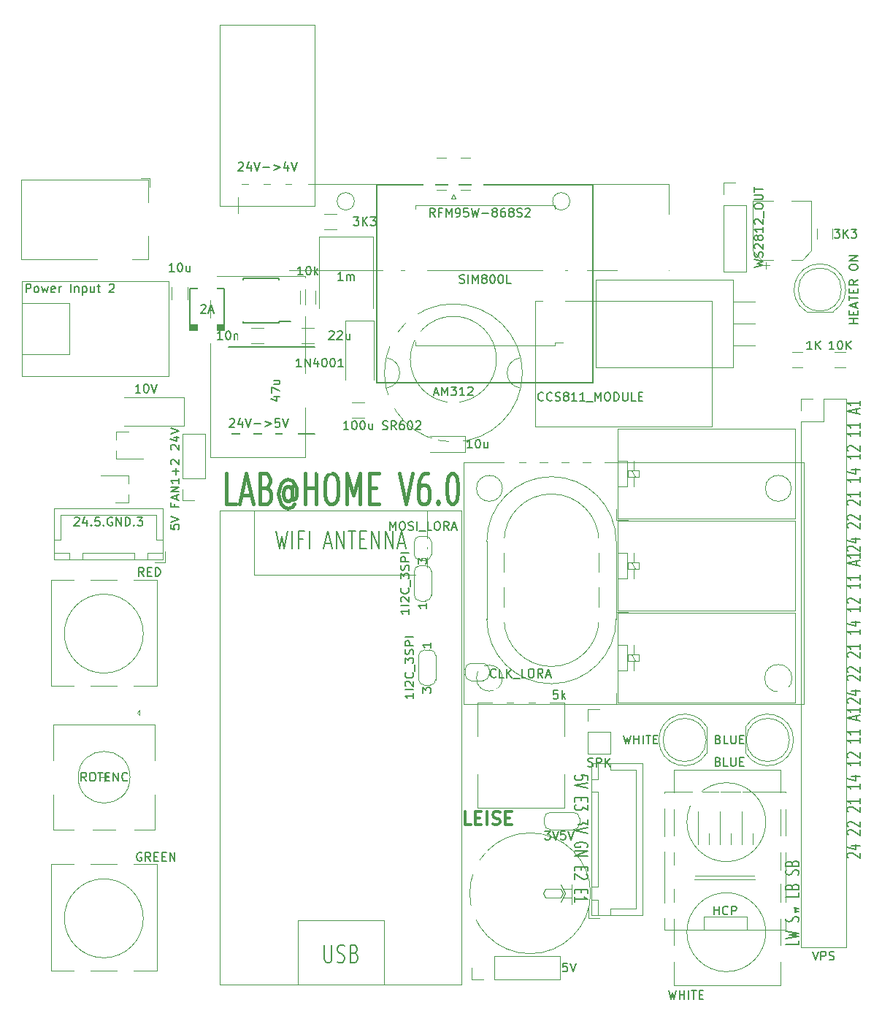
<source format=gto>
G04 #@! TF.GenerationSoftware,KiCad,Pcbnew,(5.1.8)-1*
G04 #@! TF.CreationDate,2021-08-06T23:14:03+02:00*
G04 #@! TF.ProjectId,labAThome,6c616241-5468-46f6-9d65-2e6b69636164,rev?*
G04 #@! TF.SameCoordinates,Original*
G04 #@! TF.FileFunction,Legend,Top*
G04 #@! TF.FilePolarity,Positive*
%FSLAX46Y46*%
G04 Gerber Fmt 4.6, Leading zero omitted, Abs format (unit mm)*
G04 Created by KiCad (PCBNEW (5.1.8)-1) date 2021-08-06 23:14:03*
%MOMM*%
%LPD*%
G01*
G04 APERTURE LIST*
%ADD10C,0.300000*%
%ADD11C,0.200000*%
%ADD12C,0.400000*%
%ADD13C,0.120000*%
%ADD14C,0.150000*%
%ADD15C,0.127000*%
%ADD16C,1.800000*%
%ADD17C,1.700000*%
%ADD18O,1.600000X2.000000*%
%ADD19R,2.000000X3.200000*%
%ADD20O,3.048000X1.850000*%
%ADD21O,1.850000X3.048000*%
%ADD22C,3.200000*%
%ADD23O,1.700000X1.700000*%
%ADD24R,1.700000X1.700000*%
%ADD25C,3.600000*%
%ADD26O,9.500000X7.500000*%
%ADD27O,2.000000X1.700000*%
%ADD28O,2.000000X1.800000*%
%ADD29R,1.000000X1.500000*%
%ADD30C,0.100000*%
%ADD31C,4.000000*%
%ADD32O,1.800000X2.200000*%
%ADD33R,1.050000X1.500000*%
%ADD34O,1.050000X1.500000*%
%ADD35O,1.700000X2.200000*%
%ADD36R,2.200000X0.600000*%
%ADD37R,4.000000X4.000000*%
%ADD38R,2.301240X3.000000*%
%ADD39R,1.900000X0.800000*%
%ADD40O,2.030000X1.730000*%
%ADD41R,2.030000X1.730000*%
%ADD42R,3.500000X1.800000*%
%ADD43R,1.800000X1.800000*%
%ADD44O,1.600000X2.400000*%
%ADD45R,1.600000X2.400000*%
%ADD46C,3.400000*%
%ADD47O,1.950000X1.700000*%
%ADD48O,2.000000X1.905000*%
%ADD49R,2.000000X1.905000*%
%ADD50O,3.500000X3.500000*%
%ADD51O,2.200000X1.700000*%
%ADD52C,2.000000*%
%ADD53R,1.270000X3.600000*%
%ADD54R,1.350000X4.200000*%
%ADD55R,1.800000X3.500000*%
%ADD56R,1.500000X1.000000*%
%ADD57C,1.200000*%
%ADD58O,1.700000X1.950000*%
%ADD59R,2.500000X1.000000*%
%ADD60O,2.200000X1.800000*%
%ADD61C,1.400000*%
%ADD62R,1.400000X1.400000*%
%ADD63R,2.200000X1.800000*%
%ADD64R,3.500000X3.500000*%
G04 APERTURE END LIST*
D10*
X82046214Y-107993571D02*
X81331928Y-107993571D01*
X81331928Y-106493571D01*
X82546214Y-107207857D02*
X83046214Y-107207857D01*
X83260500Y-107993571D02*
X82546214Y-107993571D01*
X82546214Y-106493571D01*
X83260500Y-106493571D01*
X83903357Y-107993571D02*
X83903357Y-106493571D01*
X84546214Y-107922142D02*
X84760500Y-107993571D01*
X85117642Y-107993571D01*
X85260500Y-107922142D01*
X85331928Y-107850714D01*
X85403357Y-107707857D01*
X85403357Y-107565000D01*
X85331928Y-107422142D01*
X85260500Y-107350714D01*
X85117642Y-107279285D01*
X84831928Y-107207857D01*
X84689071Y-107136428D01*
X84617642Y-107065000D01*
X84546214Y-106922142D01*
X84546214Y-106779285D01*
X84617642Y-106636428D01*
X84689071Y-106565000D01*
X84831928Y-106493571D01*
X85189071Y-106493571D01*
X85403357Y-106565000D01*
X86046214Y-107207857D02*
X86546214Y-107207857D01*
X86760500Y-107993571D02*
X86046214Y-107993571D01*
X86046214Y-106493571D01*
X86760500Y-106493571D01*
D11*
X95563428Y-102791476D02*
X95563428Y-102315285D01*
X94849142Y-102267666D01*
X94920571Y-102315285D01*
X94992000Y-102410523D01*
X94992000Y-102648619D01*
X94920571Y-102743857D01*
X94849142Y-102791476D01*
X94706285Y-102839095D01*
X94349142Y-102839095D01*
X94206285Y-102791476D01*
X94134857Y-102743857D01*
X94063428Y-102648619D01*
X94063428Y-102410523D01*
X94134857Y-102315285D01*
X94206285Y-102267666D01*
X95563428Y-103124809D02*
X94063428Y-103458142D01*
X95563428Y-103791476D01*
X94849142Y-104886714D02*
X94849142Y-105220047D01*
X94063428Y-105362904D02*
X94063428Y-104886714D01*
X95563428Y-104886714D01*
X95563428Y-105362904D01*
X95563428Y-105696238D02*
X95563428Y-106315285D01*
X94992000Y-105981952D01*
X94992000Y-106124809D01*
X94920571Y-106220047D01*
X94849142Y-106267666D01*
X94706285Y-106315285D01*
X94349142Y-106315285D01*
X94206285Y-106267666D01*
X94134857Y-106220047D01*
X94063428Y-106124809D01*
X94063428Y-105839095D01*
X94134857Y-105743857D01*
X94206285Y-105696238D01*
X95563428Y-107410523D02*
X95563428Y-108029571D01*
X94992000Y-107696238D01*
X94992000Y-107839095D01*
X94920571Y-107934333D01*
X94849142Y-107981952D01*
X94706285Y-108029571D01*
X94349142Y-108029571D01*
X94206285Y-107981952D01*
X94134857Y-107934333D01*
X94063428Y-107839095D01*
X94063428Y-107553380D01*
X94134857Y-107458142D01*
X94206285Y-107410523D01*
X95563428Y-108315285D02*
X94063428Y-108648619D01*
X95563428Y-108981952D01*
X95492000Y-110601000D02*
X95563428Y-110505761D01*
X95563428Y-110362904D01*
X95492000Y-110220047D01*
X95349142Y-110124809D01*
X95206285Y-110077190D01*
X94920571Y-110029571D01*
X94706285Y-110029571D01*
X94420571Y-110077190D01*
X94277714Y-110124809D01*
X94134857Y-110220047D01*
X94063428Y-110362904D01*
X94063428Y-110458142D01*
X94134857Y-110601000D01*
X94206285Y-110648619D01*
X94706285Y-110648619D01*
X94706285Y-110458142D01*
X94063428Y-111077190D02*
X95563428Y-111077190D01*
X94063428Y-111648619D01*
X95563428Y-111648619D01*
X94849142Y-112886714D02*
X94849142Y-113220047D01*
X94063428Y-113362904D02*
X94063428Y-112886714D01*
X95563428Y-112886714D01*
X95563428Y-113362904D01*
X95420571Y-113743857D02*
X95492000Y-113791476D01*
X95563428Y-113886714D01*
X95563428Y-114124809D01*
X95492000Y-114220047D01*
X95420571Y-114267666D01*
X95277714Y-114315285D01*
X95134857Y-114315285D01*
X94920571Y-114267666D01*
X94063428Y-113696238D01*
X94063428Y-114315285D01*
X94849142Y-115505761D02*
X94849142Y-115839095D01*
X94063428Y-115981952D02*
X94063428Y-115505761D01*
X95563428Y-115505761D01*
X95563428Y-115981952D01*
X94063428Y-116934333D02*
X94063428Y-116362904D01*
X94063428Y-116648619D02*
X95563428Y-116648619D01*
X95349142Y-116553380D01*
X95206285Y-116458142D01*
X95134857Y-116362904D01*
D12*
X54789333Y-70798333D02*
X53694095Y-70798333D01*
X53694095Y-67298333D01*
X55446476Y-69798333D02*
X56541714Y-69798333D01*
X55227428Y-70798333D02*
X55994095Y-67298333D01*
X56760761Y-70798333D01*
X58294095Y-68965000D02*
X58622666Y-69131666D01*
X58732190Y-69298333D01*
X58841714Y-69631666D01*
X58841714Y-70131666D01*
X58732190Y-70465000D01*
X58622666Y-70631666D01*
X58403619Y-70798333D01*
X57527428Y-70798333D01*
X57527428Y-67298333D01*
X58294095Y-67298333D01*
X58513142Y-67465000D01*
X58622666Y-67631666D01*
X58732190Y-67965000D01*
X58732190Y-68298333D01*
X58622666Y-68631666D01*
X58513142Y-68798333D01*
X58294095Y-68965000D01*
X57527428Y-68965000D01*
X61251238Y-69131666D02*
X61141714Y-68965000D01*
X60922666Y-68798333D01*
X60703619Y-68798333D01*
X60484571Y-68965000D01*
X60375047Y-69131666D01*
X60265523Y-69465000D01*
X60265523Y-69798333D01*
X60375047Y-70131666D01*
X60484571Y-70298333D01*
X60703619Y-70465000D01*
X60922666Y-70465000D01*
X61141714Y-70298333D01*
X61251238Y-70131666D01*
X61251238Y-68798333D02*
X61251238Y-70131666D01*
X61360761Y-70298333D01*
X61470285Y-70298333D01*
X61689333Y-70131666D01*
X61798857Y-69798333D01*
X61798857Y-68965000D01*
X61579809Y-68465000D01*
X61251238Y-68131666D01*
X60813142Y-67965000D01*
X60375047Y-68131666D01*
X60046476Y-68465000D01*
X59827428Y-68965000D01*
X59717904Y-69631666D01*
X59827428Y-70298333D01*
X60046476Y-70798333D01*
X60375047Y-71131666D01*
X60813142Y-71298333D01*
X61251238Y-71131666D01*
X61579809Y-70798333D01*
X62784571Y-70798333D02*
X62784571Y-67298333D01*
X62784571Y-68965000D02*
X64098857Y-68965000D01*
X64098857Y-70798333D02*
X64098857Y-67298333D01*
X65632190Y-67298333D02*
X66070285Y-67298333D01*
X66289333Y-67465000D01*
X66508380Y-67798333D01*
X66617904Y-68465000D01*
X66617904Y-69631666D01*
X66508380Y-70298333D01*
X66289333Y-70631666D01*
X66070285Y-70798333D01*
X65632190Y-70798333D01*
X65413142Y-70631666D01*
X65194095Y-70298333D01*
X65084571Y-69631666D01*
X65084571Y-68465000D01*
X65194095Y-67798333D01*
X65413142Y-67465000D01*
X65632190Y-67298333D01*
X67603619Y-70798333D02*
X67603619Y-67298333D01*
X68370285Y-69798333D01*
X69136952Y-67298333D01*
X69136952Y-70798333D01*
X70232190Y-68965000D02*
X70998857Y-68965000D01*
X71327428Y-70798333D02*
X70232190Y-70798333D01*
X70232190Y-67298333D01*
X71327428Y-67298333D01*
X73736952Y-67298333D02*
X74503619Y-70798333D01*
X75270285Y-67298333D01*
X77022666Y-67298333D02*
X76584571Y-67298333D01*
X76365523Y-67465000D01*
X76256000Y-67631666D01*
X76036952Y-68131666D01*
X75927428Y-68798333D01*
X75927428Y-70131666D01*
X76036952Y-70465000D01*
X76146476Y-70631666D01*
X76365523Y-70798333D01*
X76803619Y-70798333D01*
X77022666Y-70631666D01*
X77132190Y-70465000D01*
X77241714Y-70131666D01*
X77241714Y-69298333D01*
X77132190Y-68965000D01*
X77022666Y-68798333D01*
X76803619Y-68631666D01*
X76365523Y-68631666D01*
X76146476Y-68798333D01*
X76036952Y-68965000D01*
X75927428Y-69298333D01*
X78227428Y-70465000D02*
X78336952Y-70631666D01*
X78227428Y-70798333D01*
X78117904Y-70631666D01*
X78227428Y-70465000D01*
X78227428Y-70798333D01*
X79760761Y-67298333D02*
X79979809Y-67298333D01*
X80198857Y-67465000D01*
X80308380Y-67631666D01*
X80417904Y-67965000D01*
X80527428Y-68631666D01*
X80527428Y-69465000D01*
X80417904Y-70131666D01*
X80308380Y-70465000D01*
X80198857Y-70631666D01*
X79979809Y-70798333D01*
X79760761Y-70798333D01*
X79541714Y-70631666D01*
X79432190Y-70465000D01*
X79322666Y-70131666D01*
X79213142Y-69465000D01*
X79213142Y-68631666D01*
X79322666Y-67965000D01*
X79432190Y-67631666D01*
X79541714Y-67465000D01*
X79760761Y-67298333D01*
D11*
X125813428Y-76278285D02*
X125742000Y-76230666D01*
X125670571Y-76135428D01*
X125670571Y-75897333D01*
X125742000Y-75802095D01*
X125813428Y-75754476D01*
X125956285Y-75706857D01*
X126099142Y-75706857D01*
X126313428Y-75754476D01*
X127170571Y-76325904D01*
X127170571Y-75706857D01*
X126170571Y-74849714D02*
X127170571Y-74849714D01*
X125599142Y-75087809D02*
X126670571Y-75325904D01*
X126670571Y-74706857D01*
X125813428Y-73611619D02*
X125742000Y-73564000D01*
X125670571Y-73468761D01*
X125670571Y-73230666D01*
X125742000Y-73135428D01*
X125813428Y-73087809D01*
X125956285Y-73040190D01*
X126099142Y-73040190D01*
X126313428Y-73087809D01*
X127170571Y-73659238D01*
X127170571Y-73040190D01*
X125813428Y-72659238D02*
X125742000Y-72611619D01*
X125670571Y-72516380D01*
X125670571Y-72278285D01*
X125742000Y-72183047D01*
X125813428Y-72135428D01*
X125956285Y-72087809D01*
X126099142Y-72087809D01*
X126313428Y-72135428D01*
X127170571Y-72706857D01*
X127170571Y-72087809D01*
X125813428Y-70944952D02*
X125742000Y-70897333D01*
X125670571Y-70802095D01*
X125670571Y-70564000D01*
X125742000Y-70468761D01*
X125813428Y-70421142D01*
X125956285Y-70373523D01*
X126099142Y-70373523D01*
X126313428Y-70421142D01*
X127170571Y-70992571D01*
X127170571Y-70373523D01*
X127170571Y-69421142D02*
X127170571Y-69992571D01*
X127170571Y-69706857D02*
X125670571Y-69706857D01*
X125884857Y-69802095D01*
X126027714Y-69897333D01*
X126099142Y-69992571D01*
X127170571Y-67706857D02*
X127170571Y-68278285D01*
X127170571Y-67992571D02*
X125670571Y-67992571D01*
X125884857Y-68087809D01*
X126027714Y-68183047D01*
X126099142Y-68278285D01*
X126170571Y-66849714D02*
X127170571Y-66849714D01*
X125599142Y-67087809D02*
X126670571Y-67325904D01*
X126670571Y-66706857D01*
X127170571Y-65040190D02*
X127170571Y-65611619D01*
X127170571Y-65325904D02*
X125670571Y-65325904D01*
X125884857Y-65421142D01*
X126027714Y-65516380D01*
X126099142Y-65611619D01*
X125813428Y-64659238D02*
X125742000Y-64611619D01*
X125670571Y-64516380D01*
X125670571Y-64278285D01*
X125742000Y-64183047D01*
X125813428Y-64135428D01*
X125956285Y-64087809D01*
X126099142Y-64087809D01*
X126313428Y-64135428D01*
X127170571Y-64706857D01*
X127170571Y-64087809D01*
X127170571Y-62373523D02*
X127170571Y-62944952D01*
X127170571Y-62659238D02*
X125670571Y-62659238D01*
X125884857Y-62754476D01*
X126027714Y-62849714D01*
X126099142Y-62944952D01*
X127170571Y-61421142D02*
X127170571Y-61992571D01*
X127170571Y-61706857D02*
X125670571Y-61706857D01*
X125884857Y-61802095D01*
X126027714Y-61897333D01*
X126099142Y-61992571D01*
X126742000Y-60278285D02*
X126742000Y-59802095D01*
X127170571Y-60373523D02*
X125670571Y-60040190D01*
X127170571Y-59706857D01*
X127170571Y-58849714D02*
X127170571Y-59421142D01*
X127170571Y-59135428D02*
X125670571Y-59135428D01*
X125884857Y-59230666D01*
X126027714Y-59325904D01*
X126099142Y-59421142D01*
X125813428Y-93931285D02*
X125742000Y-93883666D01*
X125670571Y-93788428D01*
X125670571Y-93550333D01*
X125742000Y-93455095D01*
X125813428Y-93407476D01*
X125956285Y-93359857D01*
X126099142Y-93359857D01*
X126313428Y-93407476D01*
X127170571Y-93978904D01*
X127170571Y-93359857D01*
X126170571Y-92502714D02*
X127170571Y-92502714D01*
X125599142Y-92740809D02*
X126670571Y-92978904D01*
X126670571Y-92359857D01*
X125813428Y-91264619D02*
X125742000Y-91217000D01*
X125670571Y-91121761D01*
X125670571Y-90883666D01*
X125742000Y-90788428D01*
X125813428Y-90740809D01*
X125956285Y-90693190D01*
X126099142Y-90693190D01*
X126313428Y-90740809D01*
X127170571Y-91312238D01*
X127170571Y-90693190D01*
X125813428Y-90312238D02*
X125742000Y-90264619D01*
X125670571Y-90169380D01*
X125670571Y-89931285D01*
X125742000Y-89836047D01*
X125813428Y-89788428D01*
X125956285Y-89740809D01*
X126099142Y-89740809D01*
X126313428Y-89788428D01*
X127170571Y-90359857D01*
X127170571Y-89740809D01*
X125813428Y-88597952D02*
X125742000Y-88550333D01*
X125670571Y-88455095D01*
X125670571Y-88217000D01*
X125742000Y-88121761D01*
X125813428Y-88074142D01*
X125956285Y-88026523D01*
X126099142Y-88026523D01*
X126313428Y-88074142D01*
X127170571Y-88645571D01*
X127170571Y-88026523D01*
X127170571Y-87074142D02*
X127170571Y-87645571D01*
X127170571Y-87359857D02*
X125670571Y-87359857D01*
X125884857Y-87455095D01*
X126027714Y-87550333D01*
X126099142Y-87645571D01*
X127170571Y-85359857D02*
X127170571Y-85931285D01*
X127170571Y-85645571D02*
X125670571Y-85645571D01*
X125884857Y-85740809D01*
X126027714Y-85836047D01*
X126099142Y-85931285D01*
X126170571Y-84502714D02*
X127170571Y-84502714D01*
X125599142Y-84740809D02*
X126670571Y-84978904D01*
X126670571Y-84359857D01*
X127170571Y-82693190D02*
X127170571Y-83264619D01*
X127170571Y-82978904D02*
X125670571Y-82978904D01*
X125884857Y-83074142D01*
X126027714Y-83169380D01*
X126099142Y-83264619D01*
X125813428Y-82312238D02*
X125742000Y-82264619D01*
X125670571Y-82169380D01*
X125670571Y-81931285D01*
X125742000Y-81836047D01*
X125813428Y-81788428D01*
X125956285Y-81740809D01*
X126099142Y-81740809D01*
X126313428Y-81788428D01*
X127170571Y-82359857D01*
X127170571Y-81740809D01*
X127170571Y-80026523D02*
X127170571Y-80597952D01*
X127170571Y-80312238D02*
X125670571Y-80312238D01*
X125884857Y-80407476D01*
X126027714Y-80502714D01*
X126099142Y-80597952D01*
X127170571Y-79074142D02*
X127170571Y-79645571D01*
X127170571Y-79359857D02*
X125670571Y-79359857D01*
X125884857Y-79455095D01*
X126027714Y-79550333D01*
X126099142Y-79645571D01*
X126742000Y-77931285D02*
X126742000Y-77455095D01*
X127170571Y-78026523D02*
X125670571Y-77693190D01*
X127170571Y-77359857D01*
X127170571Y-76502714D02*
X127170571Y-77074142D01*
X127170571Y-76788428D02*
X125670571Y-76788428D01*
X125884857Y-76883666D01*
X126027714Y-76978904D01*
X126099142Y-77074142D01*
X125813428Y-111838285D02*
X125742000Y-111790666D01*
X125670571Y-111695428D01*
X125670571Y-111457333D01*
X125742000Y-111362095D01*
X125813428Y-111314476D01*
X125956285Y-111266857D01*
X126099142Y-111266857D01*
X126313428Y-111314476D01*
X127170571Y-111885904D01*
X127170571Y-111266857D01*
X126170571Y-110409714D02*
X127170571Y-110409714D01*
X125599142Y-110647809D02*
X126670571Y-110885904D01*
X126670571Y-110266857D01*
X125813428Y-109171619D02*
X125742000Y-109124000D01*
X125670571Y-109028761D01*
X125670571Y-108790666D01*
X125742000Y-108695428D01*
X125813428Y-108647809D01*
X125956285Y-108600190D01*
X126099142Y-108600190D01*
X126313428Y-108647809D01*
X127170571Y-109219238D01*
X127170571Y-108600190D01*
X125813428Y-108219238D02*
X125742000Y-108171619D01*
X125670571Y-108076380D01*
X125670571Y-107838285D01*
X125742000Y-107743047D01*
X125813428Y-107695428D01*
X125956285Y-107647809D01*
X126099142Y-107647809D01*
X126313428Y-107695428D01*
X127170571Y-108266857D01*
X127170571Y-107647809D01*
X125813428Y-106504952D02*
X125742000Y-106457333D01*
X125670571Y-106362095D01*
X125670571Y-106124000D01*
X125742000Y-106028761D01*
X125813428Y-105981142D01*
X125956285Y-105933523D01*
X126099142Y-105933523D01*
X126313428Y-105981142D01*
X127170571Y-106552571D01*
X127170571Y-105933523D01*
X127170571Y-104981142D02*
X127170571Y-105552571D01*
X127170571Y-105266857D02*
X125670571Y-105266857D01*
X125884857Y-105362095D01*
X126027714Y-105457333D01*
X126099142Y-105552571D01*
X127170571Y-103266857D02*
X127170571Y-103838285D01*
X127170571Y-103552571D02*
X125670571Y-103552571D01*
X125884857Y-103647809D01*
X126027714Y-103743047D01*
X126099142Y-103838285D01*
X126170571Y-102409714D02*
X127170571Y-102409714D01*
X125599142Y-102647809D02*
X126670571Y-102885904D01*
X126670571Y-102266857D01*
X127170571Y-100600190D02*
X127170571Y-101171619D01*
X127170571Y-100885904D02*
X125670571Y-100885904D01*
X125884857Y-100981142D01*
X126027714Y-101076380D01*
X126099142Y-101171619D01*
X125813428Y-100219238D02*
X125742000Y-100171619D01*
X125670571Y-100076380D01*
X125670571Y-99838285D01*
X125742000Y-99743047D01*
X125813428Y-99695428D01*
X125956285Y-99647809D01*
X126099142Y-99647809D01*
X126313428Y-99695428D01*
X127170571Y-100266857D01*
X127170571Y-99647809D01*
X127170571Y-97933523D02*
X127170571Y-98504952D01*
X127170571Y-98219238D02*
X125670571Y-98219238D01*
X125884857Y-98314476D01*
X126027714Y-98409714D01*
X126099142Y-98504952D01*
X127170571Y-96981142D02*
X127170571Y-97552571D01*
X127170571Y-97266857D02*
X125670571Y-97266857D01*
X125884857Y-97362095D01*
X126027714Y-97457333D01*
X126099142Y-97552571D01*
X126742000Y-95838285D02*
X126742000Y-95362095D01*
X127170571Y-95933523D02*
X125670571Y-95600190D01*
X127170571Y-95266857D01*
X127170571Y-94409714D02*
X127170571Y-94981142D01*
X127170571Y-94695428D02*
X125670571Y-94695428D01*
X125884857Y-94790666D01*
X126027714Y-94885904D01*
X126099142Y-94981142D01*
X120058571Y-121427333D02*
X120058571Y-121903523D01*
X118558571Y-121903523D01*
X118558571Y-121189238D02*
X120058571Y-120951142D01*
X118987142Y-120760666D01*
X120058571Y-120570190D01*
X118558571Y-120332095D01*
X119987142Y-119236857D02*
X120058571Y-119094000D01*
X120058571Y-118855904D01*
X119987142Y-118760666D01*
X119915714Y-118713047D01*
X119772857Y-118665428D01*
X119630000Y-118665428D01*
X119487142Y-118713047D01*
X119415714Y-118760666D01*
X119344285Y-118855904D01*
X119272857Y-119046380D01*
X119201428Y-119141619D01*
X119130000Y-119189238D01*
X118987142Y-119236857D01*
X118844285Y-119236857D01*
X118701428Y-119189238D01*
X118630000Y-119141619D01*
X118558571Y-119046380D01*
X118558571Y-118808285D01*
X118630000Y-118665428D01*
X118558571Y-118332095D02*
X120058571Y-118094000D01*
X118987142Y-117903523D01*
X120058571Y-117713047D01*
X118558571Y-117474952D01*
X120058571Y-115855904D02*
X120058571Y-116332095D01*
X118558571Y-116332095D01*
X119272857Y-115189238D02*
X119344285Y-115046380D01*
X119415714Y-114998761D01*
X119558571Y-114951142D01*
X119772857Y-114951142D01*
X119915714Y-114998761D01*
X119987142Y-115046380D01*
X120058571Y-115141619D01*
X120058571Y-115522571D01*
X118558571Y-115522571D01*
X118558571Y-115189238D01*
X118630000Y-115094000D01*
X118701428Y-115046380D01*
X118844285Y-114998761D01*
X118987142Y-114998761D01*
X119130000Y-115046380D01*
X119201428Y-115094000D01*
X119272857Y-115189238D01*
X119272857Y-115522571D01*
X119987142Y-113808285D02*
X120058571Y-113665428D01*
X120058571Y-113427333D01*
X119987142Y-113332095D01*
X119915714Y-113284476D01*
X119772857Y-113236857D01*
X119630000Y-113236857D01*
X119487142Y-113284476D01*
X119415714Y-113332095D01*
X119344285Y-113427333D01*
X119272857Y-113617809D01*
X119201428Y-113713047D01*
X119130000Y-113760666D01*
X118987142Y-113808285D01*
X118844285Y-113808285D01*
X118701428Y-113760666D01*
X118630000Y-113713047D01*
X118558571Y-113617809D01*
X118558571Y-113379714D01*
X118630000Y-113236857D01*
X119272857Y-112474952D02*
X119344285Y-112332095D01*
X119415714Y-112284476D01*
X119558571Y-112236857D01*
X119772857Y-112236857D01*
X119915714Y-112284476D01*
X119987142Y-112332095D01*
X120058571Y-112427333D01*
X120058571Y-112808285D01*
X118558571Y-112808285D01*
X118558571Y-112474952D01*
X118630000Y-112379714D01*
X118701428Y-112332095D01*
X118844285Y-112284476D01*
X118987142Y-112284476D01*
X119130000Y-112332095D01*
X119201428Y-112379714D01*
X119272857Y-112474952D01*
X119272857Y-112808285D01*
D13*
X87749999Y-57375999D02*
G75*
G02*
X87750001Y-53876001I250001J1749999D01*
G01*
X72219265Y-53871885D02*
G75*
G02*
X72249999Y-57375999I-219265J-1754115D01*
G01*
X88000000Y-55626000D02*
G75*
G03*
X88000000Y-55626000I-8000000J0D01*
G01*
X66929000Y-71560000D02*
X80929000Y-71560000D01*
X80929000Y-71560000D02*
X80929000Y-126560000D01*
X80929000Y-126560000D02*
X52929000Y-126560000D01*
X52929000Y-126560000D02*
X52929000Y-71560000D01*
X52929000Y-71560000D02*
X66929000Y-71560000D01*
X56929000Y-71560000D02*
X56929000Y-79060000D01*
X56929000Y-79060000D02*
X76929000Y-79060000D01*
X76929000Y-79060000D02*
X76929000Y-71560000D01*
X61929000Y-126560000D02*
X61929000Y-119060000D01*
X61929000Y-119060000D02*
X71929000Y-119060000D01*
X71929000Y-119060000D02*
X71929000Y-126560000D01*
X39500000Y-102000000D02*
X39500000Y-103000000D01*
X40000000Y-102500000D02*
X39000000Y-102500000D01*
X36000000Y-108600000D02*
X33600000Y-108600000D01*
X40800000Y-108600000D02*
X38200000Y-108600000D01*
X45400000Y-108600000D02*
X43000000Y-108600000D01*
X43600000Y-95300000D02*
X43300000Y-95000000D01*
X43600000Y-94700000D02*
X43600000Y-95300000D01*
X43300000Y-95000000D02*
X43600000Y-94700000D01*
X45400000Y-96400000D02*
X33600000Y-96400000D01*
X45400000Y-100500000D02*
X45400000Y-96400000D01*
X33600000Y-100500000D02*
X33600000Y-96400000D01*
X33600000Y-108600000D02*
X33600000Y-104500000D01*
X45400000Y-104500000D02*
X45400000Y-108600000D01*
X42500000Y-102500000D02*
G75*
G03*
X42500000Y-102500000I-3000000J0D01*
G01*
X117900000Y-126650000D02*
X105600000Y-126650000D01*
X105600000Y-122070000D02*
X105600000Y-118930000D01*
X105600000Y-114350000D02*
X117900000Y-114350000D01*
X117900000Y-123930000D02*
X117900000Y-126650000D01*
X116229050Y-120460000D02*
G75*
G03*
X116229050Y-120460000I-4579050J0D01*
G01*
X117900000Y-114350000D02*
X117900000Y-117070000D01*
X117900000Y-118930000D02*
X117900000Y-122070000D01*
X105600000Y-117070000D02*
X105600000Y-114350000D01*
X105600000Y-126650000D02*
X105600000Y-123930000D01*
X117900000Y-113900000D02*
X105600000Y-113900000D01*
X105600000Y-109320000D02*
X105600000Y-106180000D01*
X105600000Y-101600000D02*
X117900000Y-101600000D01*
X117900000Y-111180000D02*
X117900000Y-113900000D01*
X116229050Y-107710000D02*
G75*
G03*
X116229050Y-107710000I-4579050J0D01*
G01*
X117900000Y-101600000D02*
X117900000Y-104320000D01*
X117900000Y-106180000D02*
X117900000Y-109320000D01*
X105600000Y-104320000D02*
X105600000Y-101600000D01*
X105600000Y-113900000D02*
X105600000Y-111180000D01*
X45650000Y-112600000D02*
X45650000Y-124900000D01*
X41070000Y-124900000D02*
X37930000Y-124900000D01*
X33350000Y-124900000D02*
X33350000Y-112600000D01*
X42930000Y-112600000D02*
X45650000Y-112600000D01*
X44039050Y-118850000D02*
G75*
G03*
X44039050Y-118850000I-4579050J0D01*
G01*
X33350000Y-112600000D02*
X36070000Y-112600000D01*
X37930000Y-112600000D02*
X41070000Y-112600000D01*
X36070000Y-124900000D02*
X33350000Y-124900000D01*
X45650000Y-124900000D02*
X42930000Y-124900000D01*
X45650000Y-79600000D02*
X45650000Y-91900000D01*
X41070000Y-91900000D02*
X37930000Y-91900000D01*
X33350000Y-91900000D02*
X33350000Y-79600000D01*
X42930000Y-79600000D02*
X45650000Y-79600000D01*
X44039050Y-85850000D02*
G75*
G03*
X44039050Y-85850000I-4579050J0D01*
G01*
X33350000Y-79600000D02*
X36070000Y-79600000D01*
X37930000Y-79600000D02*
X41070000Y-79600000D01*
X36070000Y-91900000D02*
X33350000Y-91900000D01*
X45650000Y-91900000D02*
X42930000Y-91900000D01*
X108331000Y-110236000D02*
X108331000Y-106426000D01*
X109601000Y-110236000D02*
X109601000Y-108966000D01*
X110871000Y-110236000D02*
X110871000Y-106426000D01*
X112141000Y-110236000D02*
X112141000Y-108966000D01*
X113411000Y-110236000D02*
X113411000Y-106426000D01*
X114681000Y-110236000D02*
X114681000Y-108966000D01*
X109006000Y-118656000D02*
X109006000Y-120156000D01*
X114006000Y-118656000D02*
X109006000Y-118656000D01*
X114006000Y-120156000D02*
X114006000Y-118656000D01*
X118506000Y-120156000D02*
X111506000Y-120156000D01*
X118506000Y-104156000D02*
X118506000Y-120156000D01*
X104506000Y-104156000D02*
X118506000Y-104156000D01*
X104506000Y-120156000D02*
X104506000Y-104156000D01*
X111506000Y-120156000D02*
X104506000Y-120156000D01*
X95571000Y-94618500D02*
X96901000Y-94618500D01*
X95571000Y-95948500D02*
X95571000Y-94618500D01*
X95571000Y-97218500D02*
X98231000Y-97218500D01*
X98231000Y-97218500D02*
X98231000Y-99818500D01*
X95571000Y-97218500D02*
X95571000Y-99818500D01*
X95571000Y-99818500D02*
X98231000Y-99818500D01*
X93510000Y-35735000D02*
G75*
G03*
X93510000Y-35735000I-1000000J0D01*
G01*
X68510000Y-35735000D02*
G75*
G03*
X68510000Y-35735000I-1000000J0D01*
G01*
X55010000Y-38735000D02*
X55010000Y-43735000D01*
X55010000Y-43735000D02*
X105010000Y-43735000D01*
X105010000Y-43735000D02*
X105010000Y-33735000D01*
X105010000Y-33735000D02*
X55010000Y-33735000D01*
X55010000Y-33735000D02*
X55010000Y-38735000D01*
X115868750Y-43159750D02*
X116656250Y-43159750D01*
X116262500Y-43553500D02*
X116262500Y-42766000D01*
X120455563Y-42526000D02*
X121520000Y-41461563D01*
X115764437Y-42526000D02*
X114700000Y-41461563D01*
X115764437Y-42526000D02*
X117050000Y-42526000D01*
X120455563Y-42526000D02*
X119170000Y-42526000D01*
X121520000Y-41461563D02*
X121520000Y-35706000D01*
X114700000Y-41461563D02*
X114700000Y-35706000D01*
X114700000Y-35706000D02*
X117050000Y-35706000D01*
X121520000Y-35706000D02*
X119170000Y-35706000D01*
X90533000Y-107869000D02*
X90533000Y-107269000D01*
X93983000Y-108569000D02*
X91183000Y-108569000D01*
X94633000Y-107269000D02*
X94633000Y-107869000D01*
X91183000Y-106569000D02*
X93983000Y-106569000D01*
X90533000Y-107269000D02*
G75*
G02*
X91233000Y-106569000I700000J0D01*
G01*
X91233000Y-108569000D02*
G75*
G02*
X90533000Y-107869000I0J700000D01*
G01*
X94633000Y-107869000D02*
G75*
G02*
X93933000Y-108569000I-700000J0D01*
G01*
X93933000Y-106569000D02*
G75*
G02*
X94633000Y-107269000I0J-700000D01*
G01*
X92841500Y-106084000D02*
X82800500Y-106084000D01*
X84450500Y-93844000D02*
X82800500Y-93844000D01*
X86949500Y-93844000D02*
X86190500Y-93844000D01*
X89449500Y-93844000D02*
X88690500Y-93844000D01*
X92841500Y-93844000D02*
X91191500Y-93844000D01*
X82800500Y-102148000D02*
X82800500Y-106084000D01*
X82800500Y-93844000D02*
X82800500Y-97781000D01*
X92841500Y-102148000D02*
X92841500Y-106084000D01*
X92841500Y-93844000D02*
X92841500Y-97781000D01*
X51777000Y-65373000D02*
X51777000Y-64873000D01*
X62777000Y-65373000D02*
X51777000Y-65373000D01*
X62777000Y-64873000D02*
X62777000Y-65373000D01*
X51777000Y-44373000D02*
X51777000Y-64873000D01*
X62777000Y-44373000D02*
X51777000Y-44373000D01*
X62777000Y-64873000D02*
X62777000Y-44373000D01*
X109945000Y-61825000D02*
X99695000Y-61825000D01*
X109945000Y-47325000D02*
X109945000Y-61825000D01*
X89445000Y-47325000D02*
X109945000Y-47325000D01*
X89445000Y-61825000D02*
X89445000Y-47325000D01*
X99695000Y-61825000D02*
X89445000Y-61825000D01*
X63920000Y-35790000D02*
X63920000Y-15290000D01*
X63920000Y-15290000D02*
X52920000Y-15290000D01*
X52920000Y-15290000D02*
X52920000Y-35790000D01*
X63920000Y-35790000D02*
X63920000Y-36290000D01*
X63920000Y-36290000D02*
X52920000Y-36290000D01*
X52920000Y-36290000D02*
X52920000Y-35790000D01*
X62407748Y-50398000D02*
X63830252Y-50398000D01*
X62407748Y-52218000D02*
X63830252Y-52218000D01*
X68249748Y-59034000D02*
X69672252Y-59034000D01*
X68249748Y-60854000D02*
X69672252Y-60854000D01*
X57988252Y-52218000D02*
X56565748Y-52218000D01*
X57988252Y-50398000D02*
X56565748Y-50398000D01*
X47350000Y-47104752D02*
X47350000Y-45682248D01*
X49170000Y-47104752D02*
X49170000Y-45682248D01*
D14*
X59733000Y-49819000D02*
X59733000Y-49674000D01*
X55583000Y-49819000D02*
X55583000Y-49674000D01*
X55583000Y-44669000D02*
X55583000Y-44814000D01*
X59733000Y-44669000D02*
X59733000Y-44814000D01*
X59733000Y-49819000D02*
X55583000Y-49819000D01*
X59733000Y-44669000D02*
X55583000Y-44669000D01*
X59733000Y-49674000D02*
X61133000Y-49674000D01*
D13*
X66487064Y-39010000D02*
X65032936Y-39010000D01*
X66487064Y-37190000D02*
X65032936Y-37190000D01*
X64029000Y-46135936D02*
X64029000Y-47590064D01*
X62209000Y-46135936D02*
X62209000Y-47590064D01*
D14*
X63928000Y-52658000D02*
X53928000Y-52658000D01*
X63928000Y-62658000D02*
X53928000Y-62658000D01*
D15*
X53433980Y-50561240D02*
X49436020Y-50561240D01*
X49436020Y-50459640D02*
X53433980Y-50459640D01*
X53433980Y-50360580D02*
X49436020Y-50360580D01*
X49436020Y-50258980D02*
X53433980Y-50258980D01*
X53433980Y-50159920D02*
X49436020Y-50159920D01*
X53433980Y-50060860D02*
X49436020Y-50060860D01*
X53433980Y-50660300D02*
X49436020Y-50660300D01*
X49436020Y-50660300D02*
X49436020Y-45859700D01*
X49436020Y-45859700D02*
X53433980Y-45859700D01*
X53433980Y-45859700D02*
X53433980Y-50660300D01*
D13*
X40896000Y-62428000D02*
X40896000Y-63358000D01*
X40896000Y-65588000D02*
X40896000Y-64658000D01*
X40896000Y-65588000D02*
X44056000Y-65588000D01*
X40896000Y-62428000D02*
X42356000Y-62428000D01*
X42289000Y-70668000D02*
X40829000Y-70668000D01*
X42289000Y-67508000D02*
X39129000Y-67508000D01*
X42289000Y-67508000D02*
X42289000Y-68438000D01*
X42289000Y-70668000D02*
X42289000Y-69738000D01*
X48723000Y-61721000D02*
X41823000Y-61721000D01*
X48723000Y-58421000D02*
X41823000Y-58421000D01*
X48723000Y-61721000D02*
X48723000Y-58421000D01*
X124991500Y-45974000D02*
G75*
G03*
X124991500Y-45974000I-2500000J0D01*
G01*
X120946500Y-48534000D02*
X124036500Y-48534000D01*
X122491962Y-42984000D02*
G75*
G03*
X120946670Y-48534000I-462J-2990000D01*
G01*
X122491038Y-42984000D02*
G75*
G02*
X124036330Y-48534000I462J-2990000D01*
G01*
X75454000Y-76646000D02*
X75454000Y-75246000D01*
X76154000Y-74546000D02*
X76754000Y-74546000D01*
X77454000Y-75246000D02*
X77454000Y-76646000D01*
X76754000Y-77346000D02*
X76154000Y-77346000D01*
X76154000Y-77346000D02*
G75*
G02*
X75454000Y-76646000I0J700000D01*
G01*
X77454000Y-76646000D02*
G75*
G02*
X76754000Y-77346000I-700000J0D01*
G01*
X76754000Y-74546000D02*
G75*
G02*
X77454000Y-75246000I0J-700000D01*
G01*
X75454000Y-75246000D02*
G75*
G02*
X76154000Y-74546000I700000J0D01*
G01*
D14*
X96148000Y-56789000D02*
X96148000Y-45289000D01*
X71148000Y-56789000D02*
X96148000Y-56789000D01*
X71148000Y-33789000D02*
X71148000Y-56789000D01*
X96148000Y-33789000D02*
X71148000Y-33789000D01*
X96148000Y-45289000D02*
X96148000Y-33789000D01*
D13*
X70674000Y-48100000D02*
X70674000Y-39865000D01*
X70674000Y-39865000D02*
X64454000Y-39865000D01*
X64454000Y-39865000D02*
X64454000Y-48100000D01*
X119258139Y-91010000D02*
G75*
G03*
X119258139Y-91010000I-1581139J0D01*
G01*
X119177000Y-69010000D02*
G75*
G03*
X119177000Y-69010000I-1500000J0D01*
G01*
X85677000Y-69010000D02*
G75*
G03*
X85677000Y-69010000I-1500000J0D01*
G01*
X85677000Y-91010000D02*
G75*
G03*
X85677000Y-91010000I-1500000J0D01*
G01*
X81177000Y-94010000D02*
X81177000Y-80010000D01*
X120677000Y-94010000D02*
X81177000Y-94010000D01*
X120677000Y-66010000D02*
X120677000Y-94010000D01*
X81177000Y-66010000D02*
X120677000Y-66010000D01*
X81177000Y-80010000D02*
X81177000Y-66010000D01*
X122153000Y-40099064D02*
X122153000Y-38894936D01*
X123973000Y-40099064D02*
X123973000Y-38894936D01*
X85873000Y-84160000D02*
X85873000Y-75160000D01*
X96873000Y-84160000D02*
X96873000Y-75160000D01*
X83873000Y-84160000D02*
X83873000Y-75160000D01*
X98873000Y-84160000D02*
X98873000Y-75160000D01*
X96873000Y-84160000D02*
G75*
G02*
X85873000Y-84160000I-5500000J0D01*
G01*
X85873000Y-75160000D02*
G75*
G02*
X96873000Y-75160000I5500000J0D01*
G01*
X83873000Y-75160000D02*
G75*
G02*
X98873000Y-75160000I7500000J0D01*
G01*
X98873000Y-84160000D02*
G75*
G02*
X83873000Y-84160000I-7500000J0D01*
G01*
X95675000Y-118801000D02*
X96925000Y-118801000D01*
X95675000Y-117551000D02*
X95675000Y-118801000D01*
X101175000Y-101651000D02*
X101175000Y-109701000D01*
X98225000Y-101651000D02*
X101175000Y-101651000D01*
X98225000Y-100901000D02*
X98225000Y-101651000D01*
X101175000Y-117751000D02*
X101175000Y-109701000D01*
X98225000Y-117751000D02*
X101175000Y-117751000D01*
X98225000Y-118501000D02*
X98225000Y-117751000D01*
X95975000Y-100901000D02*
X95975000Y-102701000D01*
X96725000Y-100901000D02*
X95975000Y-100901000D01*
X96725000Y-102701000D02*
X96725000Y-100901000D01*
X95975000Y-102701000D02*
X96725000Y-102701000D01*
X95975000Y-116701000D02*
X95975000Y-118501000D01*
X96725000Y-116701000D02*
X95975000Y-116701000D01*
X96725000Y-118501000D02*
X96725000Y-116701000D01*
X95975000Y-118501000D02*
X96725000Y-118501000D01*
X95975000Y-104201000D02*
X95975000Y-115201000D01*
X96725000Y-104201000D02*
X95975000Y-104201000D01*
X96725000Y-115201000D02*
X96725000Y-104201000D01*
X95975000Y-115201000D02*
X96725000Y-115201000D01*
X95965000Y-100891000D02*
X95965000Y-118511000D01*
X101935000Y-100891000D02*
X95965000Y-100891000D01*
X101935000Y-118511000D02*
X101935000Y-100891000D01*
X95965000Y-118511000D02*
X101935000Y-118511000D01*
X79160000Y-34410000D02*
X78050000Y-34410000D01*
X81950000Y-34410000D02*
X80840000Y-34410000D01*
X79160000Y-30700000D02*
X78050000Y-30700000D01*
X81950000Y-30700000D02*
X80840000Y-30700000D01*
X80000000Y-34960000D02*
X79750000Y-35460000D01*
X79750000Y-35460000D02*
X80250000Y-35460000D01*
X80250000Y-35460000D02*
X80000000Y-34960000D01*
X111319000Y-33595000D02*
X112649000Y-33595000D01*
X111319000Y-34925000D02*
X111319000Y-33595000D01*
X111319000Y-36195000D02*
X113979000Y-36195000D01*
X113979000Y-36195000D02*
X113979000Y-43875000D01*
X111319000Y-36195000D02*
X111319000Y-43875000D01*
X111319000Y-43875000D02*
X113979000Y-43875000D01*
X81352000Y-62946000D02*
X77267000Y-62946000D01*
X81352000Y-64816000D02*
X81352000Y-62946000D01*
X77267000Y-64816000D02*
X81352000Y-64816000D01*
X70738000Y-49535000D02*
X67438000Y-49535000D01*
X67438000Y-49535000D02*
X67438000Y-56435000D01*
X70738000Y-49535000D02*
X70738000Y-56435000D01*
X125443064Y-55012000D02*
X124238936Y-55012000D01*
X125443064Y-53192000D02*
X124238936Y-53192000D01*
X119285936Y-53192000D02*
X120490064Y-53192000D01*
X119285936Y-55012000D02*
X120490064Y-55012000D01*
X76754000Y-82060000D02*
X76154000Y-82060000D01*
X77454000Y-78610000D02*
X77454000Y-81410000D01*
X76154000Y-77960000D02*
X76754000Y-77960000D01*
X75454000Y-81410000D02*
X75454000Y-78610000D01*
X76154000Y-82060000D02*
G75*
G02*
X75454000Y-81360000I0J700000D01*
G01*
X77454000Y-81360000D02*
G75*
G02*
X76754000Y-82060000I-700000J0D01*
G01*
X76754000Y-77960000D02*
G75*
G02*
X77454000Y-78660000I0J-700000D01*
G01*
X75454000Y-78660000D02*
G75*
G02*
X76154000Y-77960000I700000J0D01*
G01*
X76662000Y-87739000D02*
X77262000Y-87739000D01*
X75962000Y-91189000D02*
X75962000Y-88389000D01*
X77262000Y-91839000D02*
X76662000Y-91839000D01*
X77962000Y-88389000D02*
X77962000Y-91189000D01*
X77262000Y-87739000D02*
G75*
G02*
X77962000Y-88439000I0J-700000D01*
G01*
X75962000Y-88439000D02*
G75*
G02*
X76662000Y-87739000I700000J0D01*
G01*
X76662000Y-91839000D02*
G75*
G02*
X75962000Y-91139000I0J700000D01*
G01*
X77962000Y-91139000D02*
G75*
G02*
X77262000Y-91839000I-700000J0D01*
G01*
X82040500Y-89297000D02*
X83440500Y-89297000D01*
X84140500Y-89997000D02*
X84140500Y-90597000D01*
X83440500Y-91297000D02*
X82040500Y-91297000D01*
X81340500Y-90597000D02*
X81340500Y-89997000D01*
X81340500Y-89997000D02*
G75*
G02*
X82040500Y-89297000I700000J0D01*
G01*
X82040500Y-91297000D02*
G75*
G02*
X81340500Y-90597000I0J700000D01*
G01*
X84140500Y-90597000D02*
G75*
G02*
X83440500Y-91297000I-700000J0D01*
G01*
X83440500Y-89297000D02*
G75*
G02*
X84140500Y-89997000I0J-700000D01*
G01*
X91794000Y-52423000D02*
X75594000Y-52423000D01*
X75594000Y-52423000D02*
X75594000Y-52023000D01*
X91794000Y-36623000D02*
X91794000Y-36223000D01*
X91794000Y-36223000D02*
X75594000Y-36223000D01*
X75594000Y-36223000D02*
X75594000Y-36623000D01*
X91794000Y-52423000D02*
X91794000Y-52073000D01*
X91794000Y-52073000D02*
X92694000Y-52073000D01*
X93726000Y-117221000D02*
X93726000Y-114935000D01*
X92710000Y-115443000D02*
X93726000Y-115443000D01*
X92710000Y-116459000D02*
X93726000Y-116459000D01*
X92964000Y-115951000D02*
X92456000Y-114935000D01*
X92456000Y-116967000D02*
X92964000Y-115951000D01*
X90678000Y-116459000D02*
X90424000Y-115951000D01*
X92456000Y-116459000D02*
X90678000Y-116459000D01*
X92710000Y-115951000D02*
X92456000Y-116459000D01*
X92456000Y-115443000D02*
X92710000Y-115951000D01*
X90678000Y-115443000D02*
X92456000Y-115443000D01*
X90424000Y-115951000D02*
X90678000Y-115443000D01*
X95900000Y-115951000D02*
G75*
G03*
X95900000Y-115951000I-7000000J0D01*
G01*
X46295000Y-77263000D02*
X46295000Y-71293000D01*
X46295000Y-71293000D02*
X33675000Y-71293000D01*
X33675000Y-71293000D02*
X33675000Y-77263000D01*
X33675000Y-77263000D02*
X46295000Y-77263000D01*
X42985000Y-77253000D02*
X42985000Y-76503000D01*
X42985000Y-76503000D02*
X36985000Y-76503000D01*
X36985000Y-76503000D02*
X36985000Y-77253000D01*
X36985000Y-77253000D02*
X42985000Y-77253000D01*
X46285000Y-77253000D02*
X46285000Y-76503000D01*
X46285000Y-76503000D02*
X44485000Y-76503000D01*
X44485000Y-76503000D02*
X44485000Y-77253000D01*
X44485000Y-77253000D02*
X46285000Y-77253000D01*
X35485000Y-77253000D02*
X35485000Y-76503000D01*
X35485000Y-76503000D02*
X33685000Y-76503000D01*
X33685000Y-76503000D02*
X33685000Y-77253000D01*
X33685000Y-77253000D02*
X35485000Y-77253000D01*
X46285000Y-75003000D02*
X45535000Y-75003000D01*
X45535000Y-75003000D02*
X45535000Y-72053000D01*
X45535000Y-72053000D02*
X39985000Y-72053000D01*
X33685000Y-75003000D02*
X34435000Y-75003000D01*
X34435000Y-75003000D02*
X34435000Y-72053000D01*
X34435000Y-72053000D02*
X39985000Y-72053000D01*
X45335000Y-77553000D02*
X46585000Y-77553000D01*
X46585000Y-77553000D02*
X46585000Y-76303000D01*
X85000000Y-54063000D02*
G75*
G03*
X85000000Y-54063000I-5000000J0D01*
G01*
X51241000Y-67818000D02*
X48581000Y-67818000D01*
X51241000Y-67818000D02*
X51241000Y-62678000D01*
X51241000Y-62678000D02*
X48581000Y-62678000D01*
X48581000Y-67818000D02*
X48581000Y-62678000D01*
X48581000Y-70418000D02*
X48581000Y-69088000D01*
X49911000Y-70418000D02*
X48581000Y-70418000D01*
X112388000Y-55031000D02*
X112388000Y-44791000D01*
X96498000Y-55031000D02*
X96498000Y-44791000D01*
X96498000Y-55031000D02*
X112388000Y-55031000D01*
X96498000Y-44791000D02*
X112388000Y-44791000D01*
X112388000Y-52451000D02*
X114928000Y-52451000D01*
X112388000Y-49911000D02*
X114928000Y-49911000D01*
X112388000Y-47371000D02*
X114928000Y-47371000D01*
X92389000Y-125917000D02*
X92389000Y-123257000D01*
X84709000Y-125917000D02*
X92389000Y-125917000D01*
X84709000Y-123257000D02*
X92389000Y-123257000D01*
X84709000Y-125917000D02*
X84709000Y-123257000D01*
X83439000Y-125917000D02*
X82109000Y-125917000D01*
X82109000Y-125917000D02*
X82109000Y-124587000D01*
X120336000Y-122234000D02*
X125536000Y-122234000D01*
X120336000Y-61214000D02*
X120336000Y-122234000D01*
X125536000Y-58614000D02*
X125536000Y-122234000D01*
X120336000Y-61214000D02*
X122936000Y-61214000D01*
X122936000Y-61214000D02*
X122936000Y-58614000D01*
X122936000Y-58614000D02*
X125536000Y-58614000D01*
X120336000Y-59944000D02*
X120336000Y-58614000D01*
X120336000Y-58614000D02*
X121666000Y-58614000D01*
X98907000Y-83328000D02*
X98907000Y-82118000D01*
X100207000Y-83328000D02*
X98907000Y-83328000D01*
X99057000Y-83168000D02*
X119647000Y-83168000D01*
X119647000Y-83168000D02*
X119647000Y-72788000D01*
X119647000Y-72788000D02*
X99057000Y-72788000D01*
X99057000Y-72788000D02*
X99057000Y-83168000D01*
X99057000Y-79488000D02*
X100097000Y-79488000D01*
X100117000Y-79488000D02*
X100117000Y-76488000D01*
X100117000Y-76488000D02*
X99057000Y-76488000D01*
X100897000Y-78318000D02*
X100897000Y-79418000D01*
X100897000Y-77618000D02*
X100897000Y-76518000D01*
X101067000Y-78318000D02*
X100667000Y-77618000D01*
X100267000Y-78318000D02*
X101467000Y-78318000D01*
X101467000Y-78318000D02*
X101467000Y-77618000D01*
X101467000Y-77618000D02*
X100267000Y-77618000D01*
X100267000Y-77618000D02*
X100267000Y-78318000D01*
X35500000Y-47500000D02*
X30000000Y-47500000D01*
X35500000Y-53500000D02*
X35500000Y-47500000D01*
X30000000Y-53500000D02*
X35500000Y-53500000D01*
X30000000Y-56000000D02*
X30000000Y-45000000D01*
X47000000Y-56000000D02*
X30000000Y-56000000D01*
X47000000Y-45000000D02*
X47000000Y-56000000D01*
X30000000Y-45000000D02*
X47000000Y-45000000D01*
X44819000Y-34096000D02*
X44819000Y-33046000D01*
X43769000Y-33046000D02*
X44819000Y-33046000D01*
X38719000Y-42446000D02*
X29919000Y-42446000D01*
X29919000Y-42446000D02*
X29919000Y-33246000D01*
X44619000Y-39746000D02*
X44619000Y-42446000D01*
X44619000Y-42446000D02*
X42719000Y-42446000D01*
X29919000Y-33246000D02*
X44619000Y-33246000D01*
X44619000Y-33246000D02*
X44619000Y-35846000D01*
X98907000Y-72660000D02*
X98907000Y-71450000D01*
X100207000Y-72660000D02*
X98907000Y-72660000D01*
X99057000Y-72500000D02*
X119647000Y-72500000D01*
X119647000Y-72500000D02*
X119647000Y-62120000D01*
X119647000Y-62120000D02*
X99057000Y-62120000D01*
X99057000Y-62120000D02*
X99057000Y-72500000D01*
X99057000Y-68820000D02*
X100097000Y-68820000D01*
X100117000Y-68820000D02*
X100117000Y-65820000D01*
X100117000Y-65820000D02*
X99057000Y-65820000D01*
X100897000Y-67650000D02*
X100897000Y-68750000D01*
X100897000Y-66950000D02*
X100897000Y-65850000D01*
X101067000Y-67650000D02*
X100667000Y-66950000D01*
X100267000Y-67650000D02*
X101467000Y-67650000D01*
X101467000Y-67650000D02*
X101467000Y-66950000D01*
X101467000Y-66950000D02*
X100267000Y-66950000D01*
X100267000Y-66950000D02*
X100267000Y-67650000D01*
X98907000Y-93996000D02*
X98907000Y-92786000D01*
X100207000Y-93996000D02*
X98907000Y-93996000D01*
X99057000Y-93836000D02*
X119647000Y-93836000D01*
X119647000Y-93836000D02*
X119647000Y-83456000D01*
X119647000Y-83456000D02*
X99057000Y-83456000D01*
X99057000Y-83456000D02*
X99057000Y-93836000D01*
X99057000Y-90156000D02*
X100097000Y-90156000D01*
X100117000Y-90156000D02*
X100117000Y-87156000D01*
X100117000Y-87156000D02*
X99057000Y-87156000D01*
X100897000Y-88986000D02*
X100897000Y-90086000D01*
X100897000Y-88286000D02*
X100897000Y-87186000D01*
X101067000Y-88986000D02*
X100667000Y-88286000D01*
X100267000Y-88986000D02*
X101467000Y-88986000D01*
X101467000Y-88986000D02*
X101467000Y-88286000D01*
X101467000Y-88286000D02*
X100267000Y-88286000D01*
X100267000Y-88286000D02*
X100267000Y-88986000D01*
X109307000Y-98171000D02*
G75*
G03*
X109307000Y-98171000I-2500000J0D01*
G01*
X109367000Y-99716000D02*
X109367000Y-96626000D01*
X103817000Y-98171462D02*
G75*
G02*
X109367000Y-96626170I2990000J462D01*
G01*
X103817000Y-98170538D02*
G75*
G03*
X109367000Y-99715830I2990000J-462D01*
G01*
X118959000Y-98171000D02*
G75*
G03*
X118959000Y-98171000I-2500000J0D01*
G01*
X113899000Y-96626000D02*
X113899000Y-99716000D01*
X119449000Y-98170538D02*
G75*
G02*
X113899000Y-99715830I-2990000J-462D01*
G01*
X119449000Y-98171462D02*
G75*
G03*
X113899000Y-96626170I-2990000J462D01*
G01*
D14*
X71785714Y-62154761D02*
X71928571Y-62202380D01*
X72166666Y-62202380D01*
X72261904Y-62154761D01*
X72309523Y-62107142D01*
X72357142Y-62011904D01*
X72357142Y-61916666D01*
X72309523Y-61821428D01*
X72261904Y-61773809D01*
X72166666Y-61726190D01*
X71976190Y-61678571D01*
X71880952Y-61630952D01*
X71833333Y-61583333D01*
X71785714Y-61488095D01*
X71785714Y-61392857D01*
X71833333Y-61297619D01*
X71880952Y-61250000D01*
X71976190Y-61202380D01*
X72214285Y-61202380D01*
X72357142Y-61250000D01*
X73357142Y-62202380D02*
X73023809Y-61726190D01*
X72785714Y-62202380D02*
X72785714Y-61202380D01*
X73166666Y-61202380D01*
X73261904Y-61250000D01*
X73309523Y-61297619D01*
X73357142Y-61392857D01*
X73357142Y-61535714D01*
X73309523Y-61630952D01*
X73261904Y-61678571D01*
X73166666Y-61726190D01*
X72785714Y-61726190D01*
X74214285Y-61202380D02*
X74023809Y-61202380D01*
X73928571Y-61250000D01*
X73880952Y-61297619D01*
X73785714Y-61440476D01*
X73738095Y-61630952D01*
X73738095Y-62011904D01*
X73785714Y-62107142D01*
X73833333Y-62154761D01*
X73928571Y-62202380D01*
X74119047Y-62202380D01*
X74214285Y-62154761D01*
X74261904Y-62107142D01*
X74309523Y-62011904D01*
X74309523Y-61773809D01*
X74261904Y-61678571D01*
X74214285Y-61630952D01*
X74119047Y-61583333D01*
X73928571Y-61583333D01*
X73833333Y-61630952D01*
X73785714Y-61678571D01*
X73738095Y-61773809D01*
X74928571Y-61202380D02*
X75023809Y-61202380D01*
X75119047Y-61250000D01*
X75166666Y-61297619D01*
X75214285Y-61392857D01*
X75261904Y-61583333D01*
X75261904Y-61821428D01*
X75214285Y-62011904D01*
X75166666Y-62107142D01*
X75119047Y-62154761D01*
X75023809Y-62202380D01*
X74928571Y-62202380D01*
X74833333Y-62154761D01*
X74785714Y-62107142D01*
X74738095Y-62011904D01*
X74690476Y-61821428D01*
X74690476Y-61583333D01*
X74738095Y-61392857D01*
X74785714Y-61297619D01*
X74833333Y-61250000D01*
X74928571Y-61202380D01*
X75642857Y-61297619D02*
X75690476Y-61250000D01*
X75785714Y-61202380D01*
X76023809Y-61202380D01*
X76119047Y-61250000D01*
X76166666Y-61297619D01*
X76214285Y-61392857D01*
X76214285Y-61488095D01*
X76166666Y-61630952D01*
X75595238Y-62202380D01*
X76214285Y-62202380D01*
X59464714Y-73964761D02*
X59821857Y-75964761D01*
X60107571Y-74536190D01*
X60393285Y-75964761D01*
X60750428Y-73964761D01*
X61321857Y-75964761D02*
X61321857Y-73964761D01*
X62536142Y-74917142D02*
X62036142Y-74917142D01*
X62036142Y-75964761D02*
X62036142Y-73964761D01*
X62750428Y-73964761D01*
X63321857Y-75964761D02*
X63321857Y-73964761D01*
X65107571Y-75393333D02*
X65821857Y-75393333D01*
X64964714Y-75964761D02*
X65464714Y-73964761D01*
X65964714Y-75964761D01*
X66464714Y-75964761D02*
X66464714Y-73964761D01*
X67321857Y-75964761D01*
X67321857Y-73964761D01*
X67821857Y-73964761D02*
X68679000Y-73964761D01*
X68250428Y-75964761D02*
X68250428Y-73964761D01*
X69179000Y-74917142D02*
X69679000Y-74917142D01*
X69893285Y-75964761D02*
X69179000Y-75964761D01*
X69179000Y-73964761D01*
X69893285Y-73964761D01*
X70536142Y-75964761D02*
X70536142Y-73964761D01*
X71393285Y-75964761D01*
X71393285Y-73964761D01*
X72107571Y-75964761D02*
X72107571Y-73964761D01*
X72964714Y-75964761D01*
X72964714Y-73964761D01*
X73607571Y-75393333D02*
X74321857Y-75393333D01*
X73464714Y-75964761D02*
X73964714Y-73964761D01*
X74464714Y-75964761D01*
X65036142Y-121964761D02*
X65036142Y-123583809D01*
X65107571Y-123774285D01*
X65179000Y-123869523D01*
X65321857Y-123964761D01*
X65607571Y-123964761D01*
X65750428Y-123869523D01*
X65821857Y-123774285D01*
X65893285Y-123583809D01*
X65893285Y-121964761D01*
X66536142Y-123869523D02*
X66750428Y-123964761D01*
X67107571Y-123964761D01*
X67250428Y-123869523D01*
X67321857Y-123774285D01*
X67393285Y-123583809D01*
X67393285Y-123393333D01*
X67321857Y-123202857D01*
X67250428Y-123107619D01*
X67107571Y-123012380D01*
X66821857Y-122917142D01*
X66679000Y-122821904D01*
X66607571Y-122726666D01*
X66536142Y-122536190D01*
X66536142Y-122345714D01*
X66607571Y-122155238D01*
X66679000Y-122060000D01*
X66821857Y-121964761D01*
X67179000Y-121964761D01*
X67393285Y-122060000D01*
X68536142Y-122917142D02*
X68750428Y-123012380D01*
X68821857Y-123107619D01*
X68893285Y-123298095D01*
X68893285Y-123583809D01*
X68821857Y-123774285D01*
X68750428Y-123869523D01*
X68607571Y-123964761D01*
X68036142Y-123964761D01*
X68036142Y-121964761D01*
X68536142Y-121964761D01*
X68679000Y-122060000D01*
X68750428Y-122155238D01*
X68821857Y-122345714D01*
X68821857Y-122536190D01*
X68750428Y-122726666D01*
X68679000Y-122821904D01*
X68536142Y-122917142D01*
X68036142Y-122917142D01*
X37428571Y-102952380D02*
X37095238Y-102476190D01*
X36857142Y-102952380D02*
X36857142Y-101952380D01*
X37238095Y-101952380D01*
X37333333Y-102000000D01*
X37380952Y-102047619D01*
X37428571Y-102142857D01*
X37428571Y-102285714D01*
X37380952Y-102380952D01*
X37333333Y-102428571D01*
X37238095Y-102476190D01*
X36857142Y-102476190D01*
X38047619Y-101952380D02*
X38238095Y-101952380D01*
X38333333Y-102000000D01*
X38428571Y-102095238D01*
X38476190Y-102285714D01*
X38476190Y-102619047D01*
X38428571Y-102809523D01*
X38333333Y-102904761D01*
X38238095Y-102952380D01*
X38047619Y-102952380D01*
X37952380Y-102904761D01*
X37857142Y-102809523D01*
X37809523Y-102619047D01*
X37809523Y-102285714D01*
X37857142Y-102095238D01*
X37952380Y-102000000D01*
X38047619Y-101952380D01*
X38761904Y-101952380D02*
X39333333Y-101952380D01*
X39047619Y-102952380D02*
X39047619Y-101952380D01*
X39666666Y-102428571D02*
X40000000Y-102428571D01*
X40142857Y-102952380D02*
X39666666Y-102952380D01*
X39666666Y-101952380D01*
X40142857Y-101952380D01*
X40571428Y-102952380D02*
X40571428Y-101952380D01*
X41142857Y-102952380D01*
X41142857Y-101952380D01*
X42190476Y-102857142D02*
X42142857Y-102904761D01*
X42000000Y-102952380D01*
X41904761Y-102952380D01*
X41761904Y-102904761D01*
X41666666Y-102809523D01*
X41619047Y-102714285D01*
X41571428Y-102523809D01*
X41571428Y-102380952D01*
X41619047Y-102190476D01*
X41666666Y-102095238D01*
X41761904Y-102000000D01*
X41904761Y-101952380D01*
X42000000Y-101952380D01*
X42142857Y-102000000D01*
X42190476Y-102047619D01*
X104976190Y-127202380D02*
X105214285Y-128202380D01*
X105404761Y-127488095D01*
X105595238Y-128202380D01*
X105833333Y-127202380D01*
X106214285Y-128202380D02*
X106214285Y-127202380D01*
X106214285Y-127678571D02*
X106785714Y-127678571D01*
X106785714Y-128202380D02*
X106785714Y-127202380D01*
X107261904Y-128202380D02*
X107261904Y-127202380D01*
X107595238Y-127202380D02*
X108166666Y-127202380D01*
X107880952Y-128202380D02*
X107880952Y-127202380D01*
X108500000Y-127678571D02*
X108833333Y-127678571D01*
X108976190Y-128202380D02*
X108500000Y-128202380D01*
X108500000Y-127202380D01*
X108976190Y-127202380D01*
X110690476Y-100678571D02*
X110833333Y-100726190D01*
X110880952Y-100773809D01*
X110928571Y-100869047D01*
X110928571Y-101011904D01*
X110880952Y-101107142D01*
X110833333Y-101154761D01*
X110738095Y-101202380D01*
X110357142Y-101202380D01*
X110357142Y-100202380D01*
X110690476Y-100202380D01*
X110785714Y-100250000D01*
X110833333Y-100297619D01*
X110880952Y-100392857D01*
X110880952Y-100488095D01*
X110833333Y-100583333D01*
X110785714Y-100630952D01*
X110690476Y-100678571D01*
X110357142Y-100678571D01*
X111833333Y-101202380D02*
X111357142Y-101202380D01*
X111357142Y-100202380D01*
X112166666Y-100202380D02*
X112166666Y-101011904D01*
X112214285Y-101107142D01*
X112261904Y-101154761D01*
X112357142Y-101202380D01*
X112547619Y-101202380D01*
X112642857Y-101154761D01*
X112690476Y-101107142D01*
X112738095Y-101011904D01*
X112738095Y-100202380D01*
X113214285Y-100678571D02*
X113547619Y-100678571D01*
X113690476Y-101202380D02*
X113214285Y-101202380D01*
X113214285Y-100202380D01*
X113690476Y-100202380D01*
X43833333Y-111250000D02*
X43738095Y-111202380D01*
X43595238Y-111202380D01*
X43452380Y-111250000D01*
X43357142Y-111345238D01*
X43309523Y-111440476D01*
X43261904Y-111630952D01*
X43261904Y-111773809D01*
X43309523Y-111964285D01*
X43357142Y-112059523D01*
X43452380Y-112154761D01*
X43595238Y-112202380D01*
X43690476Y-112202380D01*
X43833333Y-112154761D01*
X43880952Y-112107142D01*
X43880952Y-111773809D01*
X43690476Y-111773809D01*
X44880952Y-112202380D02*
X44547619Y-111726190D01*
X44309523Y-112202380D02*
X44309523Y-111202380D01*
X44690476Y-111202380D01*
X44785714Y-111250000D01*
X44833333Y-111297619D01*
X44880952Y-111392857D01*
X44880952Y-111535714D01*
X44833333Y-111630952D01*
X44785714Y-111678571D01*
X44690476Y-111726190D01*
X44309523Y-111726190D01*
X45309523Y-111678571D02*
X45642857Y-111678571D01*
X45785714Y-112202380D02*
X45309523Y-112202380D01*
X45309523Y-111202380D01*
X45785714Y-111202380D01*
X46214285Y-111678571D02*
X46547619Y-111678571D01*
X46690476Y-112202380D02*
X46214285Y-112202380D01*
X46214285Y-111202380D01*
X46690476Y-111202380D01*
X47119047Y-112202380D02*
X47119047Y-111202380D01*
X47690476Y-112202380D01*
X47690476Y-111202380D01*
X44107142Y-79202380D02*
X43773809Y-78726190D01*
X43535714Y-79202380D02*
X43535714Y-78202380D01*
X43916666Y-78202380D01*
X44011904Y-78250000D01*
X44059523Y-78297619D01*
X44107142Y-78392857D01*
X44107142Y-78535714D01*
X44059523Y-78630952D01*
X44011904Y-78678571D01*
X43916666Y-78726190D01*
X43535714Y-78726190D01*
X44535714Y-78678571D02*
X44869047Y-78678571D01*
X45011904Y-79202380D02*
X44535714Y-79202380D01*
X44535714Y-78202380D01*
X45011904Y-78202380D01*
X45440476Y-79202380D02*
X45440476Y-78202380D01*
X45678571Y-78202380D01*
X45821428Y-78250000D01*
X45916666Y-78345238D01*
X45964285Y-78440476D01*
X46011904Y-78630952D01*
X46011904Y-78773809D01*
X45964285Y-78964285D01*
X45916666Y-79059523D01*
X45821428Y-79154761D01*
X45678571Y-79202380D01*
X45440476Y-79202380D01*
X110220285Y-118435380D02*
X110220285Y-117435380D01*
X110220285Y-117911571D02*
X110791714Y-117911571D01*
X110791714Y-118435380D02*
X110791714Y-117435380D01*
X111839333Y-118340142D02*
X111791714Y-118387761D01*
X111648857Y-118435380D01*
X111553619Y-118435380D01*
X111410761Y-118387761D01*
X111315523Y-118292523D01*
X111267904Y-118197285D01*
X111220285Y-118006809D01*
X111220285Y-117863952D01*
X111267904Y-117673476D01*
X111315523Y-117578238D01*
X111410761Y-117483000D01*
X111553619Y-117435380D01*
X111648857Y-117435380D01*
X111791714Y-117483000D01*
X111839333Y-117530619D01*
X112267904Y-118435380D02*
X112267904Y-117435380D01*
X112648857Y-117435380D01*
X112744095Y-117483000D01*
X112791714Y-117530619D01*
X112839333Y-117625857D01*
X112839333Y-117768714D01*
X112791714Y-117863952D01*
X112744095Y-117911571D01*
X112648857Y-117959190D01*
X112267904Y-117959190D01*
X95615285Y-101223261D02*
X95758142Y-101270880D01*
X95996238Y-101270880D01*
X96091476Y-101223261D01*
X96139095Y-101175642D01*
X96186714Y-101080404D01*
X96186714Y-100985166D01*
X96139095Y-100889928D01*
X96091476Y-100842309D01*
X95996238Y-100794690D01*
X95805761Y-100747071D01*
X95710523Y-100699452D01*
X95662904Y-100651833D01*
X95615285Y-100556595D01*
X95615285Y-100461357D01*
X95662904Y-100366119D01*
X95710523Y-100318500D01*
X95805761Y-100270880D01*
X96043857Y-100270880D01*
X96186714Y-100318500D01*
X96615285Y-101270880D02*
X96615285Y-100270880D01*
X96996238Y-100270880D01*
X97091476Y-100318500D01*
X97139095Y-100366119D01*
X97186714Y-100461357D01*
X97186714Y-100604214D01*
X97139095Y-100699452D01*
X97091476Y-100747071D01*
X96996238Y-100794690D01*
X96615285Y-100794690D01*
X97615285Y-101270880D02*
X97615285Y-100270880D01*
X98186714Y-101270880D02*
X97758142Y-100699452D01*
X98186714Y-100270880D02*
X97615285Y-100842309D01*
X92964023Y-108735880D02*
X92487833Y-108735880D01*
X92440214Y-109212071D01*
X92487833Y-109164452D01*
X92583071Y-109116833D01*
X92821166Y-109116833D01*
X92916404Y-109164452D01*
X92964023Y-109212071D01*
X93011642Y-109307309D01*
X93011642Y-109545404D01*
X92964023Y-109640642D01*
X92916404Y-109688261D01*
X92821166Y-109735880D01*
X92583071Y-109735880D01*
X92487833Y-109688261D01*
X92440214Y-109640642D01*
X93297357Y-108735880D02*
X93630690Y-109735880D01*
X93964023Y-108735880D01*
X90614595Y-108735880D02*
X91233642Y-108735880D01*
X90900309Y-109116833D01*
X91043166Y-109116833D01*
X91138404Y-109164452D01*
X91186023Y-109212071D01*
X91233642Y-109307309D01*
X91233642Y-109545404D01*
X91186023Y-109640642D01*
X91138404Y-109688261D01*
X91043166Y-109735880D01*
X90757452Y-109735880D01*
X90662214Y-109688261D01*
X90614595Y-109640642D01*
X91519357Y-108735880D02*
X91852690Y-109735880D01*
X92186023Y-108735880D01*
X92098833Y-92416380D02*
X91622642Y-92416380D01*
X91575023Y-92892571D01*
X91622642Y-92844952D01*
X91717880Y-92797333D01*
X91955976Y-92797333D01*
X92051214Y-92844952D01*
X92098833Y-92892571D01*
X92146452Y-92987809D01*
X92146452Y-93225904D01*
X92098833Y-93321142D01*
X92051214Y-93368761D01*
X91955976Y-93416380D01*
X91717880Y-93416380D01*
X91622642Y-93368761D01*
X91575023Y-93321142D01*
X92575023Y-93416380D02*
X92575023Y-92416380D01*
X92670261Y-93035428D02*
X92955976Y-93416380D01*
X92955976Y-92749714D02*
X92575023Y-93130666D01*
X54070666Y-61015619D02*
X54118285Y-60968000D01*
X54213523Y-60920380D01*
X54451619Y-60920380D01*
X54546857Y-60968000D01*
X54594476Y-61015619D01*
X54642095Y-61110857D01*
X54642095Y-61206095D01*
X54594476Y-61348952D01*
X54023047Y-61920380D01*
X54642095Y-61920380D01*
X55499238Y-61253714D02*
X55499238Y-61920380D01*
X55261142Y-60872761D02*
X55023047Y-61587047D01*
X55642095Y-61587047D01*
X55880190Y-60920380D02*
X56213523Y-61920380D01*
X56546857Y-60920380D01*
X56880190Y-61539428D02*
X57642095Y-61539428D01*
X58118285Y-61253714D02*
X58880190Y-61539428D01*
X58118285Y-61825142D01*
X59832571Y-60920380D02*
X59356380Y-60920380D01*
X59308761Y-61396571D01*
X59356380Y-61348952D01*
X59451619Y-61301333D01*
X59689714Y-61301333D01*
X59784952Y-61348952D01*
X59832571Y-61396571D01*
X59880190Y-61491809D01*
X59880190Y-61729904D01*
X59832571Y-61825142D01*
X59784952Y-61872761D01*
X59689714Y-61920380D01*
X59451619Y-61920380D01*
X59356380Y-61872761D01*
X59308761Y-61825142D01*
X60165904Y-60920380D02*
X60499238Y-61920380D01*
X60832571Y-60920380D01*
X90432619Y-58777142D02*
X90385000Y-58824761D01*
X90242142Y-58872380D01*
X90146904Y-58872380D01*
X90004047Y-58824761D01*
X89908809Y-58729523D01*
X89861190Y-58634285D01*
X89813571Y-58443809D01*
X89813571Y-58300952D01*
X89861190Y-58110476D01*
X89908809Y-58015238D01*
X90004047Y-57920000D01*
X90146904Y-57872380D01*
X90242142Y-57872380D01*
X90385000Y-57920000D01*
X90432619Y-57967619D01*
X91432619Y-58777142D02*
X91385000Y-58824761D01*
X91242142Y-58872380D01*
X91146904Y-58872380D01*
X91004047Y-58824761D01*
X90908809Y-58729523D01*
X90861190Y-58634285D01*
X90813571Y-58443809D01*
X90813571Y-58300952D01*
X90861190Y-58110476D01*
X90908809Y-58015238D01*
X91004047Y-57920000D01*
X91146904Y-57872380D01*
X91242142Y-57872380D01*
X91385000Y-57920000D01*
X91432619Y-57967619D01*
X91813571Y-58824761D02*
X91956428Y-58872380D01*
X92194523Y-58872380D01*
X92289761Y-58824761D01*
X92337380Y-58777142D01*
X92385000Y-58681904D01*
X92385000Y-58586666D01*
X92337380Y-58491428D01*
X92289761Y-58443809D01*
X92194523Y-58396190D01*
X92004047Y-58348571D01*
X91908809Y-58300952D01*
X91861190Y-58253333D01*
X91813571Y-58158095D01*
X91813571Y-58062857D01*
X91861190Y-57967619D01*
X91908809Y-57920000D01*
X92004047Y-57872380D01*
X92242142Y-57872380D01*
X92385000Y-57920000D01*
X92956428Y-58300952D02*
X92861190Y-58253333D01*
X92813571Y-58205714D01*
X92765952Y-58110476D01*
X92765952Y-58062857D01*
X92813571Y-57967619D01*
X92861190Y-57920000D01*
X92956428Y-57872380D01*
X93146904Y-57872380D01*
X93242142Y-57920000D01*
X93289761Y-57967619D01*
X93337380Y-58062857D01*
X93337380Y-58110476D01*
X93289761Y-58205714D01*
X93242142Y-58253333D01*
X93146904Y-58300952D01*
X92956428Y-58300952D01*
X92861190Y-58348571D01*
X92813571Y-58396190D01*
X92765952Y-58491428D01*
X92765952Y-58681904D01*
X92813571Y-58777142D01*
X92861190Y-58824761D01*
X92956428Y-58872380D01*
X93146904Y-58872380D01*
X93242142Y-58824761D01*
X93289761Y-58777142D01*
X93337380Y-58681904D01*
X93337380Y-58491428D01*
X93289761Y-58396190D01*
X93242142Y-58348571D01*
X93146904Y-58300952D01*
X94289761Y-58872380D02*
X93718333Y-58872380D01*
X94004047Y-58872380D02*
X94004047Y-57872380D01*
X93908809Y-58015238D01*
X93813571Y-58110476D01*
X93718333Y-58158095D01*
X95242142Y-58872380D02*
X94670714Y-58872380D01*
X94956428Y-58872380D02*
X94956428Y-57872380D01*
X94861190Y-58015238D01*
X94765952Y-58110476D01*
X94670714Y-58158095D01*
X95432619Y-58967619D02*
X96194523Y-58967619D01*
X96432619Y-58872380D02*
X96432619Y-57872380D01*
X96765952Y-58586666D01*
X97099285Y-57872380D01*
X97099285Y-58872380D01*
X97765952Y-57872380D02*
X97956428Y-57872380D01*
X98051666Y-57920000D01*
X98146904Y-58015238D01*
X98194523Y-58205714D01*
X98194523Y-58539047D01*
X98146904Y-58729523D01*
X98051666Y-58824761D01*
X97956428Y-58872380D01*
X97765952Y-58872380D01*
X97670714Y-58824761D01*
X97575476Y-58729523D01*
X97527857Y-58539047D01*
X97527857Y-58205714D01*
X97575476Y-58015238D01*
X97670714Y-57920000D01*
X97765952Y-57872380D01*
X98623095Y-58872380D02*
X98623095Y-57872380D01*
X98861190Y-57872380D01*
X99004047Y-57920000D01*
X99099285Y-58015238D01*
X99146904Y-58110476D01*
X99194523Y-58300952D01*
X99194523Y-58443809D01*
X99146904Y-58634285D01*
X99099285Y-58729523D01*
X99004047Y-58824761D01*
X98861190Y-58872380D01*
X98623095Y-58872380D01*
X99623095Y-57872380D02*
X99623095Y-58681904D01*
X99670714Y-58777142D01*
X99718333Y-58824761D01*
X99813571Y-58872380D01*
X100004047Y-58872380D01*
X100099285Y-58824761D01*
X100146904Y-58777142D01*
X100194523Y-58681904D01*
X100194523Y-57872380D01*
X101146904Y-58872380D02*
X100670714Y-58872380D01*
X100670714Y-57872380D01*
X101480238Y-58348571D02*
X101813571Y-58348571D01*
X101956428Y-58872380D02*
X101480238Y-58872380D01*
X101480238Y-57872380D01*
X101956428Y-57872380D01*
X55086666Y-31297619D02*
X55134285Y-31250000D01*
X55229523Y-31202380D01*
X55467619Y-31202380D01*
X55562857Y-31250000D01*
X55610476Y-31297619D01*
X55658095Y-31392857D01*
X55658095Y-31488095D01*
X55610476Y-31630952D01*
X55039047Y-32202380D01*
X55658095Y-32202380D01*
X56515238Y-31535714D02*
X56515238Y-32202380D01*
X56277142Y-31154761D02*
X56039047Y-31869047D01*
X56658095Y-31869047D01*
X56896190Y-31202380D02*
X57229523Y-32202380D01*
X57562857Y-31202380D01*
X57896190Y-31821428D02*
X58658095Y-31821428D01*
X59134285Y-31535714D02*
X59896190Y-31821428D01*
X59134285Y-32107142D01*
X60800952Y-31535714D02*
X60800952Y-32202380D01*
X60562857Y-31154761D02*
X60324761Y-31869047D01*
X60943809Y-31869047D01*
X61181904Y-31202380D02*
X61515238Y-32202380D01*
X61848571Y-31202380D01*
X65587714Y-50855619D02*
X65635333Y-50808000D01*
X65730571Y-50760380D01*
X65968666Y-50760380D01*
X66063904Y-50808000D01*
X66111523Y-50855619D01*
X66159142Y-50950857D01*
X66159142Y-51046095D01*
X66111523Y-51188952D01*
X65540095Y-51760380D01*
X66159142Y-51760380D01*
X66540095Y-50855619D02*
X66587714Y-50808000D01*
X66682952Y-50760380D01*
X66921047Y-50760380D01*
X67016285Y-50808000D01*
X67063904Y-50855619D01*
X67111523Y-50950857D01*
X67111523Y-51046095D01*
X67063904Y-51188952D01*
X66492476Y-51760380D01*
X67111523Y-51760380D01*
X67968666Y-51093714D02*
X67968666Y-51760380D01*
X67540095Y-51093714D02*
X67540095Y-51617523D01*
X67587714Y-51712761D01*
X67682952Y-51760380D01*
X67825809Y-51760380D01*
X67921047Y-51712761D01*
X67968666Y-51665142D01*
X67841952Y-62174380D02*
X67270523Y-62174380D01*
X67556238Y-62174380D02*
X67556238Y-61174380D01*
X67461000Y-61317238D01*
X67365761Y-61412476D01*
X67270523Y-61460095D01*
X68461000Y-61174380D02*
X68556238Y-61174380D01*
X68651476Y-61222000D01*
X68699095Y-61269619D01*
X68746714Y-61364857D01*
X68794333Y-61555333D01*
X68794333Y-61793428D01*
X68746714Y-61983904D01*
X68699095Y-62079142D01*
X68651476Y-62126761D01*
X68556238Y-62174380D01*
X68461000Y-62174380D01*
X68365761Y-62126761D01*
X68318142Y-62079142D01*
X68270523Y-61983904D01*
X68222904Y-61793428D01*
X68222904Y-61555333D01*
X68270523Y-61364857D01*
X68318142Y-61269619D01*
X68365761Y-61222000D01*
X68461000Y-61174380D01*
X69413380Y-61174380D02*
X69508619Y-61174380D01*
X69603857Y-61222000D01*
X69651476Y-61269619D01*
X69699095Y-61364857D01*
X69746714Y-61555333D01*
X69746714Y-61793428D01*
X69699095Y-61983904D01*
X69651476Y-62079142D01*
X69603857Y-62126761D01*
X69508619Y-62174380D01*
X69413380Y-62174380D01*
X69318142Y-62126761D01*
X69270523Y-62079142D01*
X69222904Y-61983904D01*
X69175285Y-61793428D01*
X69175285Y-61555333D01*
X69222904Y-61364857D01*
X69270523Y-61269619D01*
X69318142Y-61222000D01*
X69413380Y-61174380D01*
X70603857Y-61507714D02*
X70603857Y-62174380D01*
X70175285Y-61507714D02*
X70175285Y-62031523D01*
X70222904Y-62126761D01*
X70318142Y-62174380D01*
X70461000Y-62174380D01*
X70556238Y-62126761D01*
X70603857Y-62079142D01*
X53205142Y-51760380D02*
X52633714Y-51760380D01*
X52919428Y-51760380D02*
X52919428Y-50760380D01*
X52824190Y-50903238D01*
X52728952Y-50998476D01*
X52633714Y-51046095D01*
X53824190Y-50760380D02*
X53919428Y-50760380D01*
X54014666Y-50808000D01*
X54062285Y-50855619D01*
X54109904Y-50950857D01*
X54157523Y-51141333D01*
X54157523Y-51379428D01*
X54109904Y-51569904D01*
X54062285Y-51665142D01*
X54014666Y-51712761D01*
X53919428Y-51760380D01*
X53824190Y-51760380D01*
X53728952Y-51712761D01*
X53681333Y-51665142D01*
X53633714Y-51569904D01*
X53586095Y-51379428D01*
X53586095Y-51141333D01*
X53633714Y-50950857D01*
X53681333Y-50855619D01*
X53728952Y-50808000D01*
X53824190Y-50760380D01*
X54586095Y-51093714D02*
X54586095Y-51760380D01*
X54586095Y-51188952D02*
X54633714Y-51141333D01*
X54728952Y-51093714D01*
X54871809Y-51093714D01*
X54967047Y-51141333D01*
X55014666Y-51236571D01*
X55014666Y-51760380D01*
X47617142Y-43886380D02*
X47045714Y-43886380D01*
X47331428Y-43886380D02*
X47331428Y-42886380D01*
X47236190Y-43029238D01*
X47140952Y-43124476D01*
X47045714Y-43172095D01*
X48236190Y-42886380D02*
X48331428Y-42886380D01*
X48426666Y-42934000D01*
X48474285Y-42981619D01*
X48521904Y-43076857D01*
X48569523Y-43267333D01*
X48569523Y-43505428D01*
X48521904Y-43695904D01*
X48474285Y-43791142D01*
X48426666Y-43838761D01*
X48331428Y-43886380D01*
X48236190Y-43886380D01*
X48140952Y-43838761D01*
X48093333Y-43791142D01*
X48045714Y-43695904D01*
X47998095Y-43505428D01*
X47998095Y-43267333D01*
X48045714Y-43076857D01*
X48093333Y-42981619D01*
X48140952Y-42934000D01*
X48236190Y-42886380D01*
X49426666Y-43219714D02*
X49426666Y-43886380D01*
X48998095Y-43219714D02*
X48998095Y-43743523D01*
X49045714Y-43838761D01*
X49140952Y-43886380D01*
X49283809Y-43886380D01*
X49379047Y-43838761D01*
X49426666Y-43791142D01*
X68413476Y-37552380D02*
X69032523Y-37552380D01*
X68699190Y-37933333D01*
X68842047Y-37933333D01*
X68937285Y-37980952D01*
X68984904Y-38028571D01*
X69032523Y-38123809D01*
X69032523Y-38361904D01*
X68984904Y-38457142D01*
X68937285Y-38504761D01*
X68842047Y-38552380D01*
X68556333Y-38552380D01*
X68461095Y-38504761D01*
X68413476Y-38457142D01*
X69461095Y-38552380D02*
X69461095Y-37552380D01*
X70032523Y-38552380D02*
X69603952Y-37980952D01*
X70032523Y-37552380D02*
X69461095Y-38123809D01*
X70365857Y-37552380D02*
X70984904Y-37552380D01*
X70651571Y-37933333D01*
X70794428Y-37933333D01*
X70889666Y-37980952D01*
X70937285Y-38028571D01*
X70984904Y-38123809D01*
X70984904Y-38361904D01*
X70937285Y-38457142D01*
X70889666Y-38504761D01*
X70794428Y-38552380D01*
X70508714Y-38552380D01*
X70413476Y-38504761D01*
X70365857Y-38457142D01*
X62523761Y-44267380D02*
X61952333Y-44267380D01*
X62238047Y-44267380D02*
X62238047Y-43267380D01*
X62142809Y-43410238D01*
X62047571Y-43505476D01*
X61952333Y-43553095D01*
X63142809Y-43267380D02*
X63238047Y-43267380D01*
X63333285Y-43315000D01*
X63380904Y-43362619D01*
X63428523Y-43457857D01*
X63476142Y-43648333D01*
X63476142Y-43886428D01*
X63428523Y-44076904D01*
X63380904Y-44172142D01*
X63333285Y-44219761D01*
X63238047Y-44267380D01*
X63142809Y-44267380D01*
X63047571Y-44219761D01*
X62999952Y-44172142D01*
X62952333Y-44076904D01*
X62904714Y-43886428D01*
X62904714Y-43648333D01*
X62952333Y-43457857D01*
X62999952Y-43362619D01*
X63047571Y-43315000D01*
X63142809Y-43267380D01*
X63904714Y-44267380D02*
X63904714Y-43267380D01*
X63999952Y-43886428D02*
X64285666Y-44267380D01*
X64285666Y-43600714D02*
X63904714Y-43981666D01*
X59213714Y-58396095D02*
X59880380Y-58396095D01*
X58832761Y-58634190D02*
X59547047Y-58872285D01*
X59547047Y-58253238D01*
X58880380Y-57967523D02*
X58880380Y-57300857D01*
X59880380Y-57729428D01*
X59213714Y-56491333D02*
X59880380Y-56491333D01*
X59213714Y-56919904D02*
X59737523Y-56919904D01*
X59832761Y-56872285D01*
X59880380Y-56777047D01*
X59880380Y-56634190D01*
X59832761Y-56538952D01*
X59785142Y-56491333D01*
X50720714Y-47807619D02*
X50768333Y-47760000D01*
X50863571Y-47712380D01*
X51101666Y-47712380D01*
X51196904Y-47760000D01*
X51244523Y-47807619D01*
X51292142Y-47902857D01*
X51292142Y-47998095D01*
X51244523Y-48140952D01*
X50673095Y-48712380D01*
X51292142Y-48712380D01*
X51673095Y-48426666D02*
X52149285Y-48426666D01*
X51577857Y-48712380D02*
X51911190Y-47712380D01*
X52244523Y-48712380D01*
X43703952Y-57923380D02*
X43132523Y-57923380D01*
X43418238Y-57923380D02*
X43418238Y-56923380D01*
X43323000Y-57066238D01*
X43227761Y-57161476D01*
X43132523Y-57209095D01*
X44323000Y-56923380D02*
X44418238Y-56923380D01*
X44513476Y-56971000D01*
X44561095Y-57018619D01*
X44608714Y-57113857D01*
X44656333Y-57304333D01*
X44656333Y-57542428D01*
X44608714Y-57732904D01*
X44561095Y-57828142D01*
X44513476Y-57875761D01*
X44418238Y-57923380D01*
X44323000Y-57923380D01*
X44227761Y-57875761D01*
X44180142Y-57828142D01*
X44132523Y-57732904D01*
X44084904Y-57542428D01*
X44084904Y-57304333D01*
X44132523Y-57113857D01*
X44180142Y-57018619D01*
X44227761Y-56971000D01*
X44323000Y-56923380D01*
X44942047Y-56923380D02*
X45275380Y-57923380D01*
X45608714Y-56923380D01*
X126903880Y-49902571D02*
X125903880Y-49902571D01*
X126380071Y-49902571D02*
X126380071Y-49331142D01*
X126903880Y-49331142D02*
X125903880Y-49331142D01*
X126380071Y-48854952D02*
X126380071Y-48521619D01*
X126903880Y-48378761D02*
X126903880Y-48854952D01*
X125903880Y-48854952D01*
X125903880Y-48378761D01*
X126618166Y-47997809D02*
X126618166Y-47521619D01*
X126903880Y-48093047D02*
X125903880Y-47759714D01*
X126903880Y-47426380D01*
X125903880Y-47235904D02*
X125903880Y-46664476D01*
X126903880Y-46950190D02*
X125903880Y-46950190D01*
X126380071Y-46331142D02*
X126380071Y-45997809D01*
X126903880Y-45854952D02*
X126903880Y-46331142D01*
X125903880Y-46331142D01*
X125903880Y-45854952D01*
X126903880Y-44854952D02*
X126427690Y-45188285D01*
X126903880Y-45426380D02*
X125903880Y-45426380D01*
X125903880Y-45045428D01*
X125951500Y-44950190D01*
X125999119Y-44902571D01*
X126094357Y-44854952D01*
X126237214Y-44854952D01*
X126332452Y-44902571D01*
X126380071Y-44950190D01*
X126427690Y-45045428D01*
X126427690Y-45426380D01*
X125903880Y-43474000D02*
X125903880Y-43283523D01*
X125951500Y-43188285D01*
X126046738Y-43093047D01*
X126237214Y-43045428D01*
X126570547Y-43045428D01*
X126761023Y-43093047D01*
X126856261Y-43188285D01*
X126903880Y-43283523D01*
X126903880Y-43474000D01*
X126856261Y-43569238D01*
X126761023Y-43664476D01*
X126570547Y-43712095D01*
X126237214Y-43712095D01*
X126046738Y-43664476D01*
X125951500Y-43569238D01*
X125903880Y-43474000D01*
X126903880Y-42616857D02*
X125903880Y-42616857D01*
X126903880Y-42045428D01*
X125903880Y-42045428D01*
X72644476Y-73858380D02*
X72644476Y-72858380D01*
X72977809Y-73572666D01*
X73311142Y-72858380D01*
X73311142Y-73858380D01*
X73977809Y-72858380D02*
X74168285Y-72858380D01*
X74263523Y-72906000D01*
X74358761Y-73001238D01*
X74406380Y-73191714D01*
X74406380Y-73525047D01*
X74358761Y-73715523D01*
X74263523Y-73810761D01*
X74168285Y-73858380D01*
X73977809Y-73858380D01*
X73882571Y-73810761D01*
X73787333Y-73715523D01*
X73739714Y-73525047D01*
X73739714Y-73191714D01*
X73787333Y-73001238D01*
X73882571Y-72906000D01*
X73977809Y-72858380D01*
X74787333Y-73810761D02*
X74930190Y-73858380D01*
X75168285Y-73858380D01*
X75263523Y-73810761D01*
X75311142Y-73763142D01*
X75358761Y-73667904D01*
X75358761Y-73572666D01*
X75311142Y-73477428D01*
X75263523Y-73429809D01*
X75168285Y-73382190D01*
X74977809Y-73334571D01*
X74882571Y-73286952D01*
X74834952Y-73239333D01*
X74787333Y-73144095D01*
X74787333Y-73048857D01*
X74834952Y-72953619D01*
X74882571Y-72906000D01*
X74977809Y-72858380D01*
X75215904Y-72858380D01*
X75358761Y-72906000D01*
X75787333Y-73858380D02*
X75787333Y-72858380D01*
X76025428Y-73953619D02*
X76787333Y-73953619D01*
X77501619Y-73858380D02*
X77025428Y-73858380D01*
X77025428Y-72858380D01*
X78025428Y-72858380D02*
X78215904Y-72858380D01*
X78311142Y-72906000D01*
X78406380Y-73001238D01*
X78454000Y-73191714D01*
X78454000Y-73525047D01*
X78406380Y-73715523D01*
X78311142Y-73810761D01*
X78215904Y-73858380D01*
X78025428Y-73858380D01*
X77930190Y-73810761D01*
X77834952Y-73715523D01*
X77787333Y-73525047D01*
X77787333Y-73191714D01*
X77834952Y-73001238D01*
X77930190Y-72906000D01*
X78025428Y-72858380D01*
X79454000Y-73858380D02*
X79120666Y-73382190D01*
X78882571Y-73858380D02*
X78882571Y-72858380D01*
X79263523Y-72858380D01*
X79358761Y-72906000D01*
X79406380Y-72953619D01*
X79454000Y-73048857D01*
X79454000Y-73191714D01*
X79406380Y-73286952D01*
X79358761Y-73334571D01*
X79263523Y-73382190D01*
X78882571Y-73382190D01*
X79834952Y-73572666D02*
X80311142Y-73572666D01*
X79739714Y-73858380D02*
X80073047Y-72858380D01*
X80406380Y-73858380D01*
X80719428Y-45193761D02*
X80862285Y-45241380D01*
X81100380Y-45241380D01*
X81195619Y-45193761D01*
X81243238Y-45146142D01*
X81290857Y-45050904D01*
X81290857Y-44955666D01*
X81243238Y-44860428D01*
X81195619Y-44812809D01*
X81100380Y-44765190D01*
X80909904Y-44717571D01*
X80814666Y-44669952D01*
X80767047Y-44622333D01*
X80719428Y-44527095D01*
X80719428Y-44431857D01*
X80767047Y-44336619D01*
X80814666Y-44289000D01*
X80909904Y-44241380D01*
X81148000Y-44241380D01*
X81290857Y-44289000D01*
X81719428Y-45241380D02*
X81719428Y-44241380D01*
X82195619Y-45241380D02*
X82195619Y-44241380D01*
X82528952Y-44955666D01*
X82862285Y-44241380D01*
X82862285Y-45241380D01*
X83481333Y-44669952D02*
X83386095Y-44622333D01*
X83338476Y-44574714D01*
X83290857Y-44479476D01*
X83290857Y-44431857D01*
X83338476Y-44336619D01*
X83386095Y-44289000D01*
X83481333Y-44241380D01*
X83671809Y-44241380D01*
X83767047Y-44289000D01*
X83814666Y-44336619D01*
X83862285Y-44431857D01*
X83862285Y-44479476D01*
X83814666Y-44574714D01*
X83767047Y-44622333D01*
X83671809Y-44669952D01*
X83481333Y-44669952D01*
X83386095Y-44717571D01*
X83338476Y-44765190D01*
X83290857Y-44860428D01*
X83290857Y-45050904D01*
X83338476Y-45146142D01*
X83386095Y-45193761D01*
X83481333Y-45241380D01*
X83671809Y-45241380D01*
X83767047Y-45193761D01*
X83814666Y-45146142D01*
X83862285Y-45050904D01*
X83862285Y-44860428D01*
X83814666Y-44765190D01*
X83767047Y-44717571D01*
X83671809Y-44669952D01*
X84481333Y-44241380D02*
X84576571Y-44241380D01*
X84671809Y-44289000D01*
X84719428Y-44336619D01*
X84767047Y-44431857D01*
X84814666Y-44622333D01*
X84814666Y-44860428D01*
X84767047Y-45050904D01*
X84719428Y-45146142D01*
X84671809Y-45193761D01*
X84576571Y-45241380D01*
X84481333Y-45241380D01*
X84386095Y-45193761D01*
X84338476Y-45146142D01*
X84290857Y-45050904D01*
X84243238Y-44860428D01*
X84243238Y-44622333D01*
X84290857Y-44431857D01*
X84338476Y-44336619D01*
X84386095Y-44289000D01*
X84481333Y-44241380D01*
X85433714Y-44241380D02*
X85528952Y-44241380D01*
X85624190Y-44289000D01*
X85671809Y-44336619D01*
X85719428Y-44431857D01*
X85767047Y-44622333D01*
X85767047Y-44860428D01*
X85719428Y-45050904D01*
X85671809Y-45146142D01*
X85624190Y-45193761D01*
X85528952Y-45241380D01*
X85433714Y-45241380D01*
X85338476Y-45193761D01*
X85290857Y-45146142D01*
X85243238Y-45050904D01*
X85195619Y-44860428D01*
X85195619Y-44622333D01*
X85243238Y-44431857D01*
X85290857Y-44336619D01*
X85338476Y-44289000D01*
X85433714Y-44241380D01*
X86671809Y-45241380D02*
X86195619Y-45241380D01*
X86195619Y-44241380D01*
X67183047Y-44902380D02*
X66611619Y-44902380D01*
X66897333Y-44902380D02*
X66897333Y-43902380D01*
X66802095Y-44045238D01*
X66706857Y-44140476D01*
X66611619Y-44188095D01*
X67611619Y-44902380D02*
X67611619Y-44235714D01*
X67611619Y-44330952D02*
X67659238Y-44283333D01*
X67754476Y-44235714D01*
X67897333Y-44235714D01*
X67992571Y-44283333D01*
X68040190Y-44378571D01*
X68040190Y-44902380D01*
X68040190Y-44378571D02*
X68087809Y-44283333D01*
X68183047Y-44235714D01*
X68325904Y-44235714D01*
X68421142Y-44283333D01*
X68468761Y-44378571D01*
X68468761Y-44902380D01*
X124166476Y-38985880D02*
X124785523Y-38985880D01*
X124452190Y-39366833D01*
X124595047Y-39366833D01*
X124690285Y-39414452D01*
X124737904Y-39462071D01*
X124785523Y-39557309D01*
X124785523Y-39795404D01*
X124737904Y-39890642D01*
X124690285Y-39938261D01*
X124595047Y-39985880D01*
X124309333Y-39985880D01*
X124214095Y-39938261D01*
X124166476Y-39890642D01*
X125214095Y-39985880D02*
X125214095Y-38985880D01*
X125785523Y-39985880D02*
X125356952Y-39414452D01*
X125785523Y-38985880D02*
X125214095Y-39557309D01*
X126118857Y-38985880D02*
X126737904Y-38985880D01*
X126404571Y-39366833D01*
X126547428Y-39366833D01*
X126642666Y-39414452D01*
X126690285Y-39462071D01*
X126737904Y-39557309D01*
X126737904Y-39795404D01*
X126690285Y-39890642D01*
X126642666Y-39938261D01*
X126547428Y-39985880D01*
X126261714Y-39985880D01*
X126166476Y-39938261D01*
X126118857Y-39890642D01*
X114895380Y-43354047D02*
X115895380Y-43115952D01*
X115181095Y-42925476D01*
X115895380Y-42735000D01*
X114895380Y-42496904D01*
X115847761Y-42163571D02*
X115895380Y-42020714D01*
X115895380Y-41782619D01*
X115847761Y-41687380D01*
X115800142Y-41639761D01*
X115704904Y-41592142D01*
X115609666Y-41592142D01*
X115514428Y-41639761D01*
X115466809Y-41687380D01*
X115419190Y-41782619D01*
X115371571Y-41973095D01*
X115323952Y-42068333D01*
X115276333Y-42115952D01*
X115181095Y-42163571D01*
X115085857Y-42163571D01*
X114990619Y-42115952D01*
X114943000Y-42068333D01*
X114895380Y-41973095D01*
X114895380Y-41735000D01*
X114943000Y-41592142D01*
X114990619Y-41211190D02*
X114943000Y-41163571D01*
X114895380Y-41068333D01*
X114895380Y-40830238D01*
X114943000Y-40735000D01*
X114990619Y-40687380D01*
X115085857Y-40639761D01*
X115181095Y-40639761D01*
X115323952Y-40687380D01*
X115895380Y-41258809D01*
X115895380Y-40639761D01*
X115323952Y-40068333D02*
X115276333Y-40163571D01*
X115228714Y-40211190D01*
X115133476Y-40258809D01*
X115085857Y-40258809D01*
X114990619Y-40211190D01*
X114943000Y-40163571D01*
X114895380Y-40068333D01*
X114895380Y-39877857D01*
X114943000Y-39782619D01*
X114990619Y-39735000D01*
X115085857Y-39687380D01*
X115133476Y-39687380D01*
X115228714Y-39735000D01*
X115276333Y-39782619D01*
X115323952Y-39877857D01*
X115323952Y-40068333D01*
X115371571Y-40163571D01*
X115419190Y-40211190D01*
X115514428Y-40258809D01*
X115704904Y-40258809D01*
X115800142Y-40211190D01*
X115847761Y-40163571D01*
X115895380Y-40068333D01*
X115895380Y-39877857D01*
X115847761Y-39782619D01*
X115800142Y-39735000D01*
X115704904Y-39687380D01*
X115514428Y-39687380D01*
X115419190Y-39735000D01*
X115371571Y-39782619D01*
X115323952Y-39877857D01*
X115895380Y-38735000D02*
X115895380Y-39306428D01*
X115895380Y-39020714D02*
X114895380Y-39020714D01*
X115038238Y-39115952D01*
X115133476Y-39211190D01*
X115181095Y-39306428D01*
X114990619Y-38354047D02*
X114943000Y-38306428D01*
X114895380Y-38211190D01*
X114895380Y-37973095D01*
X114943000Y-37877857D01*
X114990619Y-37830238D01*
X115085857Y-37782619D01*
X115181095Y-37782619D01*
X115323952Y-37830238D01*
X115895380Y-38401666D01*
X115895380Y-37782619D01*
X115990619Y-37592142D02*
X115990619Y-36830238D01*
X114895380Y-36401666D02*
X114895380Y-36211190D01*
X114943000Y-36115952D01*
X115038238Y-36020714D01*
X115228714Y-35973095D01*
X115562047Y-35973095D01*
X115752523Y-36020714D01*
X115847761Y-36115952D01*
X115895380Y-36211190D01*
X115895380Y-36401666D01*
X115847761Y-36496904D01*
X115752523Y-36592142D01*
X115562047Y-36639761D01*
X115228714Y-36639761D01*
X115038238Y-36592142D01*
X114943000Y-36496904D01*
X114895380Y-36401666D01*
X114895380Y-35544523D02*
X115704904Y-35544523D01*
X115800142Y-35496904D01*
X115847761Y-35449285D01*
X115895380Y-35354047D01*
X115895380Y-35163571D01*
X115847761Y-35068333D01*
X115800142Y-35020714D01*
X115704904Y-34973095D01*
X114895380Y-34973095D01*
X114895380Y-34639761D02*
X114895380Y-34068333D01*
X115895380Y-34354047D02*
X114895380Y-34354047D01*
X82161142Y-64333380D02*
X81589714Y-64333380D01*
X81875428Y-64333380D02*
X81875428Y-63333380D01*
X81780190Y-63476238D01*
X81684952Y-63571476D01*
X81589714Y-63619095D01*
X82780190Y-63333380D02*
X82875428Y-63333380D01*
X82970666Y-63381000D01*
X83018285Y-63428619D01*
X83065904Y-63523857D01*
X83113523Y-63714333D01*
X83113523Y-63952428D01*
X83065904Y-64142904D01*
X83018285Y-64238142D01*
X82970666Y-64285761D01*
X82875428Y-64333380D01*
X82780190Y-64333380D01*
X82684952Y-64285761D01*
X82637333Y-64238142D01*
X82589714Y-64142904D01*
X82542095Y-63952428D01*
X82542095Y-63714333D01*
X82589714Y-63523857D01*
X82637333Y-63428619D01*
X82684952Y-63381000D01*
X82780190Y-63333380D01*
X83970666Y-63666714D02*
X83970666Y-64333380D01*
X83542095Y-63666714D02*
X83542095Y-64190523D01*
X83589714Y-64285761D01*
X83684952Y-64333380D01*
X83827809Y-64333380D01*
X83923047Y-64285761D01*
X83970666Y-64238142D01*
X62373142Y-54935380D02*
X61801714Y-54935380D01*
X62087428Y-54935380D02*
X62087428Y-53935380D01*
X61992190Y-54078238D01*
X61896952Y-54173476D01*
X61801714Y-54221095D01*
X62801714Y-54935380D02*
X62801714Y-53935380D01*
X63373142Y-54935380D01*
X63373142Y-53935380D01*
X64277904Y-54268714D02*
X64277904Y-54935380D01*
X64039809Y-53887761D02*
X63801714Y-54602047D01*
X64420761Y-54602047D01*
X64992190Y-53935380D02*
X65087428Y-53935380D01*
X65182666Y-53983000D01*
X65230285Y-54030619D01*
X65277904Y-54125857D01*
X65325523Y-54316333D01*
X65325523Y-54554428D01*
X65277904Y-54744904D01*
X65230285Y-54840142D01*
X65182666Y-54887761D01*
X65087428Y-54935380D01*
X64992190Y-54935380D01*
X64896952Y-54887761D01*
X64849333Y-54840142D01*
X64801714Y-54744904D01*
X64754095Y-54554428D01*
X64754095Y-54316333D01*
X64801714Y-54125857D01*
X64849333Y-54030619D01*
X64896952Y-53983000D01*
X64992190Y-53935380D01*
X65944571Y-53935380D02*
X66039809Y-53935380D01*
X66135047Y-53983000D01*
X66182666Y-54030619D01*
X66230285Y-54125857D01*
X66277904Y-54316333D01*
X66277904Y-54554428D01*
X66230285Y-54744904D01*
X66182666Y-54840142D01*
X66135047Y-54887761D01*
X66039809Y-54935380D01*
X65944571Y-54935380D01*
X65849333Y-54887761D01*
X65801714Y-54840142D01*
X65754095Y-54744904D01*
X65706476Y-54554428D01*
X65706476Y-54316333D01*
X65754095Y-54125857D01*
X65801714Y-54030619D01*
X65849333Y-53983000D01*
X65944571Y-53935380D01*
X67230285Y-54935380D02*
X66658857Y-54935380D01*
X66944571Y-54935380D02*
X66944571Y-53935380D01*
X66849333Y-54078238D01*
X66754095Y-54173476D01*
X66658857Y-54221095D01*
X124150523Y-52903380D02*
X123579095Y-52903380D01*
X123864809Y-52903380D02*
X123864809Y-51903380D01*
X123769571Y-52046238D01*
X123674333Y-52141476D01*
X123579095Y-52189095D01*
X124769571Y-51903380D02*
X124864809Y-51903380D01*
X124960047Y-51951000D01*
X125007666Y-51998619D01*
X125055285Y-52093857D01*
X125102904Y-52284333D01*
X125102904Y-52522428D01*
X125055285Y-52712904D01*
X125007666Y-52808142D01*
X124960047Y-52855761D01*
X124864809Y-52903380D01*
X124769571Y-52903380D01*
X124674333Y-52855761D01*
X124626714Y-52808142D01*
X124579095Y-52712904D01*
X124531476Y-52522428D01*
X124531476Y-52284333D01*
X124579095Y-52093857D01*
X124626714Y-51998619D01*
X124674333Y-51951000D01*
X124769571Y-51903380D01*
X125531476Y-52903380D02*
X125531476Y-51903380D01*
X126102904Y-52903380D02*
X125674333Y-52331952D01*
X126102904Y-51903380D02*
X125531476Y-52474809D01*
X121578714Y-52903380D02*
X121007285Y-52903380D01*
X121293000Y-52903380D02*
X121293000Y-51903380D01*
X121197761Y-52046238D01*
X121102523Y-52141476D01*
X121007285Y-52189095D01*
X122007285Y-52903380D02*
X122007285Y-51903380D01*
X122578714Y-52903380D02*
X122150142Y-52331952D01*
X122578714Y-51903380D02*
X122007285Y-52474809D01*
X74874380Y-83010000D02*
X74874380Y-83581428D01*
X74874380Y-83295714D02*
X73874380Y-83295714D01*
X74017238Y-83390952D01*
X74112476Y-83486190D01*
X74160095Y-83581428D01*
X74874380Y-82581428D02*
X73874380Y-82581428D01*
X73969619Y-82152857D02*
X73922000Y-82105238D01*
X73874380Y-82010000D01*
X73874380Y-81771904D01*
X73922000Y-81676666D01*
X73969619Y-81629047D01*
X74064857Y-81581428D01*
X74160095Y-81581428D01*
X74302952Y-81629047D01*
X74874380Y-82200476D01*
X74874380Y-81581428D01*
X74779142Y-80581428D02*
X74826761Y-80629047D01*
X74874380Y-80771904D01*
X74874380Y-80867142D01*
X74826761Y-81010000D01*
X74731523Y-81105238D01*
X74636285Y-81152857D01*
X74445809Y-81200476D01*
X74302952Y-81200476D01*
X74112476Y-81152857D01*
X74017238Y-81105238D01*
X73922000Y-81010000D01*
X73874380Y-80867142D01*
X73874380Y-80771904D01*
X73922000Y-80629047D01*
X73969619Y-80581428D01*
X74969619Y-80390952D02*
X74969619Y-79629047D01*
X73874380Y-79486190D02*
X73874380Y-78867142D01*
X74255333Y-79200476D01*
X74255333Y-79057619D01*
X74302952Y-78962380D01*
X74350571Y-78914761D01*
X74445809Y-78867142D01*
X74683904Y-78867142D01*
X74779142Y-78914761D01*
X74826761Y-78962380D01*
X74874380Y-79057619D01*
X74874380Y-79343333D01*
X74826761Y-79438571D01*
X74779142Y-79486190D01*
X74826761Y-78486190D02*
X74874380Y-78343333D01*
X74874380Y-78105238D01*
X74826761Y-78010000D01*
X74779142Y-77962380D01*
X74683904Y-77914761D01*
X74588666Y-77914761D01*
X74493428Y-77962380D01*
X74445809Y-78010000D01*
X74398190Y-78105238D01*
X74350571Y-78295714D01*
X74302952Y-78390952D01*
X74255333Y-78438571D01*
X74160095Y-78486190D01*
X74064857Y-78486190D01*
X73969619Y-78438571D01*
X73922000Y-78390952D01*
X73874380Y-78295714D01*
X73874380Y-78057619D01*
X73922000Y-77914761D01*
X74874380Y-77486190D02*
X73874380Y-77486190D01*
X73874380Y-77105238D01*
X73922000Y-77010000D01*
X73969619Y-76962380D01*
X74064857Y-76914761D01*
X74207714Y-76914761D01*
X74302952Y-76962380D01*
X74350571Y-77010000D01*
X74398190Y-77105238D01*
X74398190Y-77486190D01*
X74874380Y-76486190D02*
X73874380Y-76486190D01*
X76906380Y-82324285D02*
X76906380Y-82895714D01*
X76906380Y-82610000D02*
X75906380Y-82610000D01*
X76049238Y-82705238D01*
X76144476Y-82800476D01*
X76192095Y-82895714D01*
X75906380Y-77743333D02*
X75906380Y-77124285D01*
X76287333Y-77457619D01*
X76287333Y-77314761D01*
X76334952Y-77219523D01*
X76382571Y-77171904D01*
X76477809Y-77124285D01*
X76715904Y-77124285D01*
X76811142Y-77171904D01*
X76858761Y-77219523D01*
X76906380Y-77314761D01*
X76906380Y-77600476D01*
X76858761Y-77695714D01*
X76811142Y-77743333D01*
X75382380Y-92789000D02*
X75382380Y-93360428D01*
X75382380Y-93074714D02*
X74382380Y-93074714D01*
X74525238Y-93169952D01*
X74620476Y-93265190D01*
X74668095Y-93360428D01*
X75382380Y-92360428D02*
X74382380Y-92360428D01*
X74477619Y-91931857D02*
X74430000Y-91884238D01*
X74382380Y-91789000D01*
X74382380Y-91550904D01*
X74430000Y-91455666D01*
X74477619Y-91408047D01*
X74572857Y-91360428D01*
X74668095Y-91360428D01*
X74810952Y-91408047D01*
X75382380Y-91979476D01*
X75382380Y-91360428D01*
X75287142Y-90360428D02*
X75334761Y-90408047D01*
X75382380Y-90550904D01*
X75382380Y-90646142D01*
X75334761Y-90789000D01*
X75239523Y-90884238D01*
X75144285Y-90931857D01*
X74953809Y-90979476D01*
X74810952Y-90979476D01*
X74620476Y-90931857D01*
X74525238Y-90884238D01*
X74430000Y-90789000D01*
X74382380Y-90646142D01*
X74382380Y-90550904D01*
X74430000Y-90408047D01*
X74477619Y-90360428D01*
X75477619Y-90169952D02*
X75477619Y-89408047D01*
X74382380Y-89265190D02*
X74382380Y-88646142D01*
X74763333Y-88979476D01*
X74763333Y-88836619D01*
X74810952Y-88741380D01*
X74858571Y-88693761D01*
X74953809Y-88646142D01*
X75191904Y-88646142D01*
X75287142Y-88693761D01*
X75334761Y-88741380D01*
X75382380Y-88836619D01*
X75382380Y-89122333D01*
X75334761Y-89217571D01*
X75287142Y-89265190D01*
X75334761Y-88265190D02*
X75382380Y-88122333D01*
X75382380Y-87884238D01*
X75334761Y-87789000D01*
X75287142Y-87741380D01*
X75191904Y-87693761D01*
X75096666Y-87693761D01*
X75001428Y-87741380D01*
X74953809Y-87789000D01*
X74906190Y-87884238D01*
X74858571Y-88074714D01*
X74810952Y-88169952D01*
X74763333Y-88217571D01*
X74668095Y-88265190D01*
X74572857Y-88265190D01*
X74477619Y-88217571D01*
X74430000Y-88169952D01*
X74382380Y-88074714D01*
X74382380Y-87836619D01*
X74430000Y-87693761D01*
X75382380Y-87265190D02*
X74382380Y-87265190D01*
X74382380Y-86884238D01*
X74430000Y-86789000D01*
X74477619Y-86741380D01*
X74572857Y-86693761D01*
X74715714Y-86693761D01*
X74810952Y-86741380D01*
X74858571Y-86789000D01*
X74906190Y-86884238D01*
X74906190Y-87265190D01*
X75382380Y-86265190D02*
X74382380Y-86265190D01*
X77414380Y-86903285D02*
X77414380Y-87474714D01*
X77414380Y-87189000D02*
X76414380Y-87189000D01*
X76557238Y-87284238D01*
X76652476Y-87379476D01*
X76700095Y-87474714D01*
X76414380Y-92722333D02*
X76414380Y-92103285D01*
X76795333Y-92436619D01*
X76795333Y-92293761D01*
X76842952Y-92198523D01*
X76890571Y-92150904D01*
X76985809Y-92103285D01*
X77223904Y-92103285D01*
X77319142Y-92150904D01*
X77366761Y-92198523D01*
X77414380Y-92293761D01*
X77414380Y-92579476D01*
X77366761Y-92674714D01*
X77319142Y-92722333D01*
X84923666Y-90844642D02*
X84876047Y-90892261D01*
X84733190Y-90939880D01*
X84637952Y-90939880D01*
X84495095Y-90892261D01*
X84399857Y-90797023D01*
X84352238Y-90701785D01*
X84304619Y-90511309D01*
X84304619Y-90368452D01*
X84352238Y-90177976D01*
X84399857Y-90082738D01*
X84495095Y-89987500D01*
X84637952Y-89939880D01*
X84733190Y-89939880D01*
X84876047Y-89987500D01*
X84923666Y-90035119D01*
X85828428Y-90939880D02*
X85352238Y-90939880D01*
X85352238Y-89939880D01*
X86161761Y-90939880D02*
X86161761Y-89939880D01*
X86733190Y-90939880D02*
X86304619Y-90368452D01*
X86733190Y-89939880D02*
X86161761Y-90511309D01*
X86923666Y-91035119D02*
X87685571Y-91035119D01*
X88399857Y-90939880D02*
X87923666Y-90939880D01*
X87923666Y-89939880D01*
X88923666Y-89939880D02*
X89114142Y-89939880D01*
X89209380Y-89987500D01*
X89304619Y-90082738D01*
X89352238Y-90273214D01*
X89352238Y-90606547D01*
X89304619Y-90797023D01*
X89209380Y-90892261D01*
X89114142Y-90939880D01*
X88923666Y-90939880D01*
X88828428Y-90892261D01*
X88733190Y-90797023D01*
X88685571Y-90606547D01*
X88685571Y-90273214D01*
X88733190Y-90082738D01*
X88828428Y-89987500D01*
X88923666Y-89939880D01*
X90352238Y-90939880D02*
X90018904Y-90463690D01*
X89780809Y-90939880D02*
X89780809Y-89939880D01*
X90161761Y-89939880D01*
X90257000Y-89987500D01*
X90304619Y-90035119D01*
X90352238Y-90130357D01*
X90352238Y-90273214D01*
X90304619Y-90368452D01*
X90257000Y-90416071D01*
X90161761Y-90463690D01*
X89780809Y-90463690D01*
X90733190Y-90654166D02*
X91209380Y-90654166D01*
X90637952Y-90939880D02*
X90971285Y-89939880D01*
X91304619Y-90939880D01*
X77843714Y-37536380D02*
X77510380Y-37060190D01*
X77272285Y-37536380D02*
X77272285Y-36536380D01*
X77653238Y-36536380D01*
X77748476Y-36584000D01*
X77796095Y-36631619D01*
X77843714Y-36726857D01*
X77843714Y-36869714D01*
X77796095Y-36964952D01*
X77748476Y-37012571D01*
X77653238Y-37060190D01*
X77272285Y-37060190D01*
X78605619Y-37012571D02*
X78272285Y-37012571D01*
X78272285Y-37536380D02*
X78272285Y-36536380D01*
X78748476Y-36536380D01*
X79129428Y-37536380D02*
X79129428Y-36536380D01*
X79462761Y-37250666D01*
X79796095Y-36536380D01*
X79796095Y-37536380D01*
X80319904Y-37536380D02*
X80510380Y-37536380D01*
X80605619Y-37488761D01*
X80653238Y-37441142D01*
X80748476Y-37298285D01*
X80796095Y-37107809D01*
X80796095Y-36726857D01*
X80748476Y-36631619D01*
X80700857Y-36584000D01*
X80605619Y-36536380D01*
X80415142Y-36536380D01*
X80319904Y-36584000D01*
X80272285Y-36631619D01*
X80224666Y-36726857D01*
X80224666Y-36964952D01*
X80272285Y-37060190D01*
X80319904Y-37107809D01*
X80415142Y-37155428D01*
X80605619Y-37155428D01*
X80700857Y-37107809D01*
X80748476Y-37060190D01*
X80796095Y-36964952D01*
X81700857Y-36536380D02*
X81224666Y-36536380D01*
X81177047Y-37012571D01*
X81224666Y-36964952D01*
X81319904Y-36917333D01*
X81558000Y-36917333D01*
X81653238Y-36964952D01*
X81700857Y-37012571D01*
X81748476Y-37107809D01*
X81748476Y-37345904D01*
X81700857Y-37441142D01*
X81653238Y-37488761D01*
X81558000Y-37536380D01*
X81319904Y-37536380D01*
X81224666Y-37488761D01*
X81177047Y-37441142D01*
X82081809Y-36536380D02*
X82319904Y-37536380D01*
X82510380Y-36822095D01*
X82700857Y-37536380D01*
X82938952Y-36536380D01*
X83319904Y-37155428D02*
X84081809Y-37155428D01*
X84700857Y-36964952D02*
X84605619Y-36917333D01*
X84558000Y-36869714D01*
X84510380Y-36774476D01*
X84510380Y-36726857D01*
X84558000Y-36631619D01*
X84605619Y-36584000D01*
X84700857Y-36536380D01*
X84891333Y-36536380D01*
X84986571Y-36584000D01*
X85034190Y-36631619D01*
X85081809Y-36726857D01*
X85081809Y-36774476D01*
X85034190Y-36869714D01*
X84986571Y-36917333D01*
X84891333Y-36964952D01*
X84700857Y-36964952D01*
X84605619Y-37012571D01*
X84558000Y-37060190D01*
X84510380Y-37155428D01*
X84510380Y-37345904D01*
X84558000Y-37441142D01*
X84605619Y-37488761D01*
X84700857Y-37536380D01*
X84891333Y-37536380D01*
X84986571Y-37488761D01*
X85034190Y-37441142D01*
X85081809Y-37345904D01*
X85081809Y-37155428D01*
X85034190Y-37060190D01*
X84986571Y-37012571D01*
X84891333Y-36964952D01*
X85938952Y-36536380D02*
X85748476Y-36536380D01*
X85653238Y-36584000D01*
X85605619Y-36631619D01*
X85510380Y-36774476D01*
X85462761Y-36964952D01*
X85462761Y-37345904D01*
X85510380Y-37441142D01*
X85558000Y-37488761D01*
X85653238Y-37536380D01*
X85843714Y-37536380D01*
X85938952Y-37488761D01*
X85986571Y-37441142D01*
X86034190Y-37345904D01*
X86034190Y-37107809D01*
X85986571Y-37012571D01*
X85938952Y-36964952D01*
X85843714Y-36917333D01*
X85653238Y-36917333D01*
X85558000Y-36964952D01*
X85510380Y-37012571D01*
X85462761Y-37107809D01*
X86605619Y-36964952D02*
X86510380Y-36917333D01*
X86462761Y-36869714D01*
X86415142Y-36774476D01*
X86415142Y-36726857D01*
X86462761Y-36631619D01*
X86510380Y-36584000D01*
X86605619Y-36536380D01*
X86796095Y-36536380D01*
X86891333Y-36584000D01*
X86938952Y-36631619D01*
X86986571Y-36726857D01*
X86986571Y-36774476D01*
X86938952Y-36869714D01*
X86891333Y-36917333D01*
X86796095Y-36964952D01*
X86605619Y-36964952D01*
X86510380Y-37012571D01*
X86462761Y-37060190D01*
X86415142Y-37155428D01*
X86415142Y-37345904D01*
X86462761Y-37441142D01*
X86510380Y-37488761D01*
X86605619Y-37536380D01*
X86796095Y-37536380D01*
X86891333Y-37488761D01*
X86938952Y-37441142D01*
X86986571Y-37345904D01*
X86986571Y-37155428D01*
X86938952Y-37060190D01*
X86891333Y-37012571D01*
X86796095Y-36964952D01*
X87367523Y-37488761D02*
X87510380Y-37536380D01*
X87748476Y-37536380D01*
X87843714Y-37488761D01*
X87891333Y-37441142D01*
X87938952Y-37345904D01*
X87938952Y-37250666D01*
X87891333Y-37155428D01*
X87843714Y-37107809D01*
X87748476Y-37060190D01*
X87558000Y-37012571D01*
X87462761Y-36964952D01*
X87415142Y-36917333D01*
X87367523Y-36822095D01*
X87367523Y-36726857D01*
X87415142Y-36631619D01*
X87462761Y-36584000D01*
X87558000Y-36536380D01*
X87796095Y-36536380D01*
X87938952Y-36584000D01*
X88319904Y-36631619D02*
X88367523Y-36584000D01*
X88462761Y-36536380D01*
X88700857Y-36536380D01*
X88796095Y-36584000D01*
X88843714Y-36631619D01*
X88891333Y-36726857D01*
X88891333Y-36822095D01*
X88843714Y-36964952D01*
X88272285Y-37536380D01*
X88891333Y-37536380D01*
X36052619Y-72445619D02*
X36100238Y-72398000D01*
X36195476Y-72350380D01*
X36433571Y-72350380D01*
X36528809Y-72398000D01*
X36576428Y-72445619D01*
X36624047Y-72540857D01*
X36624047Y-72636095D01*
X36576428Y-72778952D01*
X36005000Y-73350380D01*
X36624047Y-73350380D01*
X37481190Y-72683714D02*
X37481190Y-73350380D01*
X37243095Y-72302761D02*
X37005000Y-73017047D01*
X37624047Y-73017047D01*
X38005000Y-73255142D02*
X38052619Y-73302761D01*
X38005000Y-73350380D01*
X37957380Y-73302761D01*
X38005000Y-73255142D01*
X38005000Y-73350380D01*
X38957380Y-72350380D02*
X38481190Y-72350380D01*
X38433571Y-72826571D01*
X38481190Y-72778952D01*
X38576428Y-72731333D01*
X38814523Y-72731333D01*
X38909761Y-72778952D01*
X38957380Y-72826571D01*
X39005000Y-72921809D01*
X39005000Y-73159904D01*
X38957380Y-73255142D01*
X38909761Y-73302761D01*
X38814523Y-73350380D01*
X38576428Y-73350380D01*
X38481190Y-73302761D01*
X38433571Y-73255142D01*
X39433571Y-73255142D02*
X39481190Y-73302761D01*
X39433571Y-73350380D01*
X39385952Y-73302761D01*
X39433571Y-73255142D01*
X39433571Y-73350380D01*
X40433571Y-72398000D02*
X40338333Y-72350380D01*
X40195476Y-72350380D01*
X40052619Y-72398000D01*
X39957380Y-72493238D01*
X39909761Y-72588476D01*
X39862142Y-72778952D01*
X39862142Y-72921809D01*
X39909761Y-73112285D01*
X39957380Y-73207523D01*
X40052619Y-73302761D01*
X40195476Y-73350380D01*
X40290714Y-73350380D01*
X40433571Y-73302761D01*
X40481190Y-73255142D01*
X40481190Y-72921809D01*
X40290714Y-72921809D01*
X40909761Y-73350380D02*
X40909761Y-72350380D01*
X41481190Y-73350380D01*
X41481190Y-72350380D01*
X41957380Y-73350380D02*
X41957380Y-72350380D01*
X42195476Y-72350380D01*
X42338333Y-72398000D01*
X42433571Y-72493238D01*
X42481190Y-72588476D01*
X42528809Y-72778952D01*
X42528809Y-72921809D01*
X42481190Y-73112285D01*
X42433571Y-73207523D01*
X42338333Y-73302761D01*
X42195476Y-73350380D01*
X41957380Y-73350380D01*
X42957380Y-73255142D02*
X43005000Y-73302761D01*
X42957380Y-73350380D01*
X42909761Y-73302761D01*
X42957380Y-73255142D01*
X42957380Y-73350380D01*
X43338333Y-72350380D02*
X43957380Y-72350380D01*
X43624047Y-72731333D01*
X43766904Y-72731333D01*
X43862142Y-72778952D01*
X43909761Y-72826571D01*
X43957380Y-72921809D01*
X43957380Y-73159904D01*
X43909761Y-73255142D01*
X43862142Y-73302761D01*
X43766904Y-73350380D01*
X43481190Y-73350380D01*
X43385952Y-73302761D01*
X43338333Y-73255142D01*
X77771904Y-57951666D02*
X78248095Y-57951666D01*
X77676666Y-58237380D02*
X78010000Y-57237380D01*
X78343333Y-58237380D01*
X78676666Y-58237380D02*
X78676666Y-57237380D01*
X79010000Y-57951666D01*
X79343333Y-57237380D01*
X79343333Y-58237380D01*
X79724285Y-57237380D02*
X80343333Y-57237380D01*
X80010000Y-57618333D01*
X80152857Y-57618333D01*
X80248095Y-57665952D01*
X80295714Y-57713571D01*
X80343333Y-57808809D01*
X80343333Y-58046904D01*
X80295714Y-58142142D01*
X80248095Y-58189761D01*
X80152857Y-58237380D01*
X79867142Y-58237380D01*
X79771904Y-58189761D01*
X79724285Y-58142142D01*
X81295714Y-58237380D02*
X80724285Y-58237380D01*
X81010000Y-58237380D02*
X81010000Y-57237380D01*
X80914761Y-57380238D01*
X80819523Y-57475476D01*
X80724285Y-57523095D01*
X81676666Y-57332619D02*
X81724285Y-57285000D01*
X81819523Y-57237380D01*
X82057619Y-57237380D01*
X82152857Y-57285000D01*
X82200476Y-57332619D01*
X82248095Y-57427857D01*
X82248095Y-57523095D01*
X82200476Y-57665952D01*
X81629047Y-58237380D01*
X82248095Y-58237380D01*
X47204380Y-73230714D02*
X47204380Y-73706904D01*
X47680571Y-73754523D01*
X47632952Y-73706904D01*
X47585333Y-73611666D01*
X47585333Y-73373571D01*
X47632952Y-73278333D01*
X47680571Y-73230714D01*
X47775809Y-73183095D01*
X48013904Y-73183095D01*
X48109142Y-73230714D01*
X48156761Y-73278333D01*
X48204380Y-73373571D01*
X48204380Y-73611666D01*
X48156761Y-73706904D01*
X48109142Y-73754523D01*
X47204380Y-72897380D02*
X48204380Y-72564047D01*
X47204380Y-72230714D01*
X47680571Y-70802142D02*
X47680571Y-71135476D01*
X48204380Y-71135476D02*
X47204380Y-71135476D01*
X47204380Y-70659285D01*
X47918666Y-70325952D02*
X47918666Y-69849761D01*
X48204380Y-70421190D02*
X47204380Y-70087857D01*
X48204380Y-69754523D01*
X48204380Y-69421190D02*
X47204380Y-69421190D01*
X48204380Y-68849761D01*
X47204380Y-68849761D01*
X48204380Y-67849761D02*
X48204380Y-68421190D01*
X48204380Y-68135476D02*
X47204380Y-68135476D01*
X47347238Y-68230714D01*
X47442476Y-68325952D01*
X47490095Y-68421190D01*
X47823428Y-67421190D02*
X47823428Y-66659285D01*
X48204380Y-67040238D02*
X47442476Y-67040238D01*
X47299619Y-66230714D02*
X47252000Y-66183095D01*
X47204380Y-66087857D01*
X47204380Y-65849761D01*
X47252000Y-65754523D01*
X47299619Y-65706904D01*
X47394857Y-65659285D01*
X47490095Y-65659285D01*
X47632952Y-65706904D01*
X48204380Y-66278333D01*
X48204380Y-65659285D01*
X47299619Y-64516428D02*
X47252000Y-64468809D01*
X47204380Y-64373571D01*
X47204380Y-64135476D01*
X47252000Y-64040238D01*
X47299619Y-63992619D01*
X47394857Y-63945000D01*
X47490095Y-63945000D01*
X47632952Y-63992619D01*
X48204380Y-64564047D01*
X48204380Y-63945000D01*
X47537714Y-63087857D02*
X48204380Y-63087857D01*
X47156761Y-63325952D02*
X47871047Y-63564047D01*
X47871047Y-62945000D01*
X47204380Y-62706904D02*
X48204380Y-62373571D01*
X47204380Y-62040238D01*
X93198523Y-124039380D02*
X92722333Y-124039380D01*
X92674714Y-124515571D01*
X92722333Y-124467952D01*
X92817571Y-124420333D01*
X93055666Y-124420333D01*
X93150904Y-124467952D01*
X93198523Y-124515571D01*
X93246142Y-124610809D01*
X93246142Y-124848904D01*
X93198523Y-124944142D01*
X93150904Y-124991761D01*
X93055666Y-125039380D01*
X92817571Y-125039380D01*
X92722333Y-124991761D01*
X92674714Y-124944142D01*
X93531857Y-124039380D02*
X93865190Y-125039380D01*
X94198523Y-124039380D01*
X121626476Y-122686380D02*
X121959809Y-123686380D01*
X122293142Y-122686380D01*
X122626476Y-123686380D02*
X122626476Y-122686380D01*
X123007428Y-122686380D01*
X123102666Y-122734000D01*
X123150285Y-122781619D01*
X123197904Y-122876857D01*
X123197904Y-123019714D01*
X123150285Y-123114952D01*
X123102666Y-123162571D01*
X123007428Y-123210190D01*
X122626476Y-123210190D01*
X123578857Y-123638761D02*
X123721714Y-123686380D01*
X123959809Y-123686380D01*
X124055047Y-123638761D01*
X124102666Y-123591142D01*
X124150285Y-123495904D01*
X124150285Y-123400666D01*
X124102666Y-123305428D01*
X124055047Y-123257809D01*
X123959809Y-123210190D01*
X123769333Y-123162571D01*
X123674095Y-123114952D01*
X123626476Y-123067333D01*
X123578857Y-122972095D01*
X123578857Y-122876857D01*
X123626476Y-122781619D01*
X123674095Y-122734000D01*
X123769333Y-122686380D01*
X124007428Y-122686380D01*
X124150285Y-122734000D01*
X30434595Y-46299380D02*
X30434595Y-45299380D01*
X30815547Y-45299380D01*
X30910785Y-45347000D01*
X30958404Y-45394619D01*
X31006023Y-45489857D01*
X31006023Y-45632714D01*
X30958404Y-45727952D01*
X30910785Y-45775571D01*
X30815547Y-45823190D01*
X30434595Y-45823190D01*
X31577452Y-46299380D02*
X31482214Y-46251761D01*
X31434595Y-46204142D01*
X31386976Y-46108904D01*
X31386976Y-45823190D01*
X31434595Y-45727952D01*
X31482214Y-45680333D01*
X31577452Y-45632714D01*
X31720309Y-45632714D01*
X31815547Y-45680333D01*
X31863166Y-45727952D01*
X31910785Y-45823190D01*
X31910785Y-46108904D01*
X31863166Y-46204142D01*
X31815547Y-46251761D01*
X31720309Y-46299380D01*
X31577452Y-46299380D01*
X32244119Y-45632714D02*
X32434595Y-46299380D01*
X32625071Y-45823190D01*
X32815547Y-46299380D01*
X33006023Y-45632714D01*
X33767928Y-46251761D02*
X33672690Y-46299380D01*
X33482214Y-46299380D01*
X33386976Y-46251761D01*
X33339357Y-46156523D01*
X33339357Y-45775571D01*
X33386976Y-45680333D01*
X33482214Y-45632714D01*
X33672690Y-45632714D01*
X33767928Y-45680333D01*
X33815547Y-45775571D01*
X33815547Y-45870809D01*
X33339357Y-45966047D01*
X34244119Y-46299380D02*
X34244119Y-45632714D01*
X34244119Y-45823190D02*
X34291738Y-45727952D01*
X34339357Y-45680333D01*
X34434595Y-45632714D01*
X34529833Y-45632714D01*
X35625071Y-46299380D02*
X35625071Y-45299380D01*
X36101261Y-45632714D02*
X36101261Y-46299380D01*
X36101261Y-45727952D02*
X36148880Y-45680333D01*
X36244119Y-45632714D01*
X36386976Y-45632714D01*
X36482214Y-45680333D01*
X36529833Y-45775571D01*
X36529833Y-46299380D01*
X37006023Y-45632714D02*
X37006023Y-46632714D01*
X37006023Y-45680333D02*
X37101261Y-45632714D01*
X37291738Y-45632714D01*
X37386976Y-45680333D01*
X37434595Y-45727952D01*
X37482214Y-45823190D01*
X37482214Y-46108904D01*
X37434595Y-46204142D01*
X37386976Y-46251761D01*
X37291738Y-46299380D01*
X37101261Y-46299380D01*
X37006023Y-46251761D01*
X38339357Y-45632714D02*
X38339357Y-46299380D01*
X37910785Y-45632714D02*
X37910785Y-46156523D01*
X37958404Y-46251761D01*
X38053642Y-46299380D01*
X38196500Y-46299380D01*
X38291738Y-46251761D01*
X38339357Y-46204142D01*
X38672690Y-45632714D02*
X39053642Y-45632714D01*
X38815547Y-45299380D02*
X38815547Y-46156523D01*
X38863166Y-46251761D01*
X38958404Y-46299380D01*
X39053642Y-46299380D01*
X40101261Y-45394619D02*
X40148880Y-45347000D01*
X40244119Y-45299380D01*
X40482214Y-45299380D01*
X40577452Y-45347000D01*
X40625071Y-45394619D01*
X40672690Y-45489857D01*
X40672690Y-45585095D01*
X40625071Y-45727952D01*
X40053642Y-46299380D01*
X40672690Y-46299380D01*
X99703190Y-97623380D02*
X99941285Y-98623380D01*
X100131761Y-97909095D01*
X100322238Y-98623380D01*
X100560333Y-97623380D01*
X100941285Y-98623380D02*
X100941285Y-97623380D01*
X100941285Y-98099571D02*
X101512714Y-98099571D01*
X101512714Y-98623380D02*
X101512714Y-97623380D01*
X101988904Y-98623380D02*
X101988904Y-97623380D01*
X102322238Y-97623380D02*
X102893666Y-97623380D01*
X102607952Y-98623380D02*
X102607952Y-97623380D01*
X103227000Y-98099571D02*
X103560333Y-98099571D01*
X103703190Y-98623380D02*
X103227000Y-98623380D01*
X103227000Y-97623380D01*
X103703190Y-97623380D01*
X110704476Y-98099571D02*
X110847333Y-98147190D01*
X110894952Y-98194809D01*
X110942571Y-98290047D01*
X110942571Y-98432904D01*
X110894952Y-98528142D01*
X110847333Y-98575761D01*
X110752095Y-98623380D01*
X110371142Y-98623380D01*
X110371142Y-97623380D01*
X110704476Y-97623380D01*
X110799714Y-97671000D01*
X110847333Y-97718619D01*
X110894952Y-97813857D01*
X110894952Y-97909095D01*
X110847333Y-98004333D01*
X110799714Y-98051952D01*
X110704476Y-98099571D01*
X110371142Y-98099571D01*
X111847333Y-98623380D02*
X111371142Y-98623380D01*
X111371142Y-97623380D01*
X112180666Y-97623380D02*
X112180666Y-98432904D01*
X112228285Y-98528142D01*
X112275904Y-98575761D01*
X112371142Y-98623380D01*
X112561619Y-98623380D01*
X112656857Y-98575761D01*
X112704476Y-98528142D01*
X112752095Y-98432904D01*
X112752095Y-97623380D01*
X113228285Y-98099571D02*
X113561619Y-98099571D01*
X113704476Y-98623380D02*
X113228285Y-98623380D01*
X113228285Y-97623380D01*
X113704476Y-97623380D01*
%LPC*%
D16*
X82540000Y-61722000D03*
G36*
G01*
X76560000Y-62172000D02*
X76560000Y-61272000D01*
G75*
G02*
X77010000Y-60822000I450000J0D01*
G01*
X77910000Y-60822000D01*
G75*
G02*
X78360000Y-61272000I0J-450000D01*
G01*
X78360000Y-62172000D01*
G75*
G02*
X77910000Y-62622000I-450000J0D01*
G01*
X77010000Y-62622000D01*
G75*
G02*
X76560000Y-62172000I0J450000D01*
G01*
G37*
X80000000Y-61722000D03*
D17*
X79629000Y-76200000D03*
X79629000Y-78740000D03*
X79629000Y-81280000D03*
X79629000Y-83820000D03*
X79629000Y-86360000D03*
X79629000Y-88900000D03*
X79629000Y-91440000D03*
X79629000Y-93980000D03*
X79629000Y-96520000D03*
X79629000Y-99060000D03*
X79629000Y-101600000D03*
X79629000Y-104140000D03*
X79629000Y-106680000D03*
X79629000Y-109220000D03*
X79629000Y-111760000D03*
X79629000Y-114300000D03*
X79629000Y-116840000D03*
X79629000Y-119380000D03*
X79629000Y-121920000D03*
X54229000Y-121920000D03*
X54229000Y-119380000D03*
X54229000Y-116840000D03*
X54229000Y-114300000D03*
X54229000Y-111760000D03*
X54229000Y-109220000D03*
X54229000Y-106680000D03*
X54229000Y-104140000D03*
X54229000Y-101600000D03*
X54229000Y-99060000D03*
X54229000Y-96520000D03*
X54229000Y-93980000D03*
X54229000Y-91440000D03*
X54229000Y-88900000D03*
X54229000Y-86360000D03*
X54229000Y-83820000D03*
X54229000Y-81280000D03*
X54229000Y-78740000D03*
X54229000Y-76200000D03*
G36*
G01*
X41600000Y-94000000D02*
X42400000Y-94000000D01*
G75*
G02*
X42800000Y-94400000I0J-400000D01*
G01*
X42800000Y-95600000D01*
G75*
G02*
X42400000Y-96000000I-400000J0D01*
G01*
X41600000Y-96000000D01*
G75*
G02*
X41200000Y-95600000I0J400000D01*
G01*
X41200000Y-94400000D01*
G75*
G02*
X41600000Y-94000000I400000J0D01*
G01*
G37*
D18*
X39500000Y-95000000D03*
X37000000Y-95000000D03*
D19*
X45100000Y-102500000D03*
X33900000Y-102500000D03*
D18*
X42000000Y-109500000D03*
X37000000Y-109500000D03*
D20*
X118000000Y-118000000D03*
X118000000Y-123000000D03*
X105500000Y-118000000D03*
X105500000Y-123000000D03*
X118000000Y-105250000D03*
X118000000Y-110250000D03*
X105500000Y-105250000D03*
X105500000Y-110250000D03*
D21*
X37000000Y-112500000D03*
X42000000Y-112500000D03*
X37000000Y-125000000D03*
X42000000Y-125000000D03*
X37000000Y-79500000D03*
X42000000Y-79500000D03*
X37000000Y-92000000D03*
X42000000Y-92000000D03*
D22*
X106426000Y-114046000D03*
X116586000Y-114046000D03*
G36*
G01*
X109131000Y-104556000D02*
X109131000Y-105756000D01*
G75*
G02*
X108731000Y-106156000I-400000J0D01*
G01*
X107931000Y-106156000D01*
G75*
G02*
X107531000Y-105756000I0J400000D01*
G01*
X107531000Y-104556000D01*
G75*
G02*
X107931000Y-104156000I400000J0D01*
G01*
X108731000Y-104156000D01*
G75*
G02*
X109131000Y-104556000I0J-400000D01*
G01*
G37*
D18*
X109601000Y-107696000D03*
X110871000Y-105156000D03*
X112141000Y-107696000D03*
X113411000Y-105156000D03*
X114681000Y-107696000D03*
D23*
X96901000Y-98488500D03*
D24*
X96901000Y-95948500D03*
D25*
X119700000Y-50500000D03*
X40300000Y-50500000D03*
D26*
X58000000Y-40500000D03*
X102000000Y-40500000D03*
D27*
X109220000Y-42545000D03*
X109220000Y-40005000D03*
D28*
X109220000Y-37465000D03*
D27*
X109220000Y-34925000D03*
X50800000Y-42545000D03*
X50800000Y-40005000D03*
X50800000Y-37465000D03*
X50800000Y-34925000D03*
G36*
G01*
X118660400Y-38166000D02*
X117559600Y-38166000D01*
G75*
G02*
X117310000Y-37916400I0J249600D01*
G01*
X117310000Y-34315600D01*
G75*
G02*
X117559600Y-34066000I249600J0D01*
G01*
X118660400Y-34066000D01*
G75*
G02*
X118910000Y-34315600I0J-249600D01*
G01*
X118910000Y-37916400D01*
G75*
G02*
X118660400Y-38166000I-249600J0D01*
G01*
G37*
G36*
G01*
X118660400Y-44166000D02*
X117559600Y-44166000D01*
G75*
G02*
X117310000Y-43916400I0J249600D01*
G01*
X117310000Y-40315600D01*
G75*
G02*
X117559600Y-40066000I249600J0D01*
G01*
X118660400Y-40066000D01*
G75*
G02*
X118910000Y-40315600I0J-249600D01*
G01*
X118910000Y-43916400D01*
G75*
G02*
X118660400Y-44166000I-249600J0D01*
G01*
G37*
D29*
X92583000Y-107569000D03*
D30*
G36*
X93883000Y-106819602D02*
G01*
X93907534Y-106819602D01*
X93956365Y-106824412D01*
X94004490Y-106833984D01*
X94051445Y-106848228D01*
X94096778Y-106867005D01*
X94140051Y-106890136D01*
X94180850Y-106917396D01*
X94218779Y-106948524D01*
X94253476Y-106983221D01*
X94284604Y-107021150D01*
X94311864Y-107061949D01*
X94334995Y-107105222D01*
X94353772Y-107150555D01*
X94368016Y-107197510D01*
X94377588Y-107245635D01*
X94382398Y-107294466D01*
X94382398Y-107319000D01*
X94383000Y-107319000D01*
X94383000Y-107819000D01*
X94382398Y-107819000D01*
X94382398Y-107843534D01*
X94377588Y-107892365D01*
X94368016Y-107940490D01*
X94353772Y-107987445D01*
X94334995Y-108032778D01*
X94311864Y-108076051D01*
X94284604Y-108116850D01*
X94253476Y-108154779D01*
X94218779Y-108189476D01*
X94180850Y-108220604D01*
X94140051Y-108247864D01*
X94096778Y-108270995D01*
X94051445Y-108289772D01*
X94004490Y-108304016D01*
X93956365Y-108313588D01*
X93907534Y-108318398D01*
X93883000Y-108318398D01*
X93883000Y-108319000D01*
X93333000Y-108319000D01*
X93333000Y-106819000D01*
X93883000Y-106819000D01*
X93883000Y-106819602D01*
G37*
G36*
X91833000Y-108319000D02*
G01*
X91283000Y-108319000D01*
X91283000Y-108318398D01*
X91258466Y-108318398D01*
X91209635Y-108313588D01*
X91161510Y-108304016D01*
X91114555Y-108289772D01*
X91069222Y-108270995D01*
X91025949Y-108247864D01*
X90985150Y-108220604D01*
X90947221Y-108189476D01*
X90912524Y-108154779D01*
X90881396Y-108116850D01*
X90854136Y-108076051D01*
X90831005Y-108032778D01*
X90812228Y-107987445D01*
X90797984Y-107940490D01*
X90788412Y-107892365D01*
X90783602Y-107843534D01*
X90783602Y-107819000D01*
X90783000Y-107819000D01*
X90783000Y-107319000D01*
X90783602Y-107319000D01*
X90783602Y-107294466D01*
X90788412Y-107245635D01*
X90797984Y-107197510D01*
X90812228Y-107150555D01*
X90831005Y-107105222D01*
X90854136Y-107061949D01*
X90881396Y-107021150D01*
X90912524Y-106983221D01*
X90947221Y-106948524D01*
X90985150Y-106917396D01*
X91025949Y-106890136D01*
X91069222Y-106867005D01*
X91114555Y-106848228D01*
X91161510Y-106833984D01*
X91209635Y-106824412D01*
X91258466Y-106819602D01*
X91283000Y-106819602D01*
X91283000Y-106819000D01*
X91833000Y-106819000D01*
X91833000Y-108319000D01*
G37*
D31*
X83420500Y-99964000D03*
X92220500Y-99964000D03*
D16*
X85320500Y-92964000D03*
X87820500Y-92964000D03*
X90320500Y-92964000D03*
D32*
X53467000Y-63373000D03*
X56007000Y-63373000D03*
X58547000Y-63373000D03*
G36*
G01*
X60637000Y-62273000D02*
X61537000Y-62273000D01*
G75*
G02*
X61987000Y-62723000I0J-450000D01*
G01*
X61987000Y-64023000D01*
G75*
G02*
X61537000Y-64473000I-450000J0D01*
G01*
X60637000Y-64473000D01*
G75*
G02*
X60187000Y-64023000I0J450000D01*
G01*
X60187000Y-62723000D01*
G75*
G02*
X60637000Y-62273000I450000J0D01*
G01*
G37*
D33*
X72898000Y-58928000D03*
D34*
X75438000Y-58928000D03*
X74168000Y-58928000D03*
D18*
X108585000Y-60325000D03*
X106045000Y-60325000D03*
X103505000Y-60325000D03*
X100965000Y-60325000D03*
X98425000Y-60325000D03*
X95885000Y-60325000D03*
X93345000Y-60325000D03*
G36*
G01*
X91255000Y-61325000D02*
X90355000Y-61325000D01*
G75*
G02*
X89905000Y-60875000I0J450000D01*
G01*
X89905000Y-59775000D01*
G75*
G02*
X90355000Y-59325000I450000J0D01*
G01*
X91255000Y-59325000D01*
G75*
G02*
X91705000Y-59775000I0J-450000D01*
G01*
X91705000Y-60875000D01*
G75*
G02*
X91255000Y-61325000I-450000J0D01*
G01*
G37*
D35*
X113919000Y-56388000D03*
X116459000Y-56388000D03*
X118999000Y-56388000D03*
X121539000Y-56388000D03*
G36*
G01*
X124504000Y-57488000D02*
X123654000Y-57488000D01*
G75*
G02*
X123229000Y-57063000I0J425000D01*
G01*
X123229000Y-55713000D01*
G75*
G02*
X123654000Y-55288000I425000J0D01*
G01*
X124504000Y-55288000D01*
G75*
G02*
X124929000Y-55713000I0J-425000D01*
G01*
X124929000Y-57063000D01*
G75*
G02*
X124504000Y-57488000I-425000J0D01*
G01*
G37*
D32*
X54610000Y-34290000D03*
X57150000Y-34290000D03*
X59690000Y-34290000D03*
G36*
G01*
X61780000Y-33190000D02*
X62680000Y-33190000D01*
G75*
G02*
X63130000Y-33640000I0J-450000D01*
G01*
X63130000Y-34940000D01*
G75*
G02*
X62680000Y-35390000I-450000J0D01*
G01*
X61780000Y-35390000D01*
G75*
G02*
X61330000Y-34940000I0J450000D01*
G01*
X61330000Y-33640000D01*
G75*
G02*
X61780000Y-33190000I450000J0D01*
G01*
G37*
G36*
G01*
X64019000Y-51958003D02*
X64019000Y-50657997D01*
G75*
G02*
X64268997Y-50408000I249997J0D01*
G01*
X65094003Y-50408000D01*
G75*
G02*
X65344000Y-50657997I0J-249997D01*
G01*
X65344000Y-51958003D01*
G75*
G02*
X65094003Y-52208000I-249997J0D01*
G01*
X64268997Y-52208000D01*
G75*
G02*
X64019000Y-51958003I0J249997D01*
G01*
G37*
G36*
G01*
X60894000Y-51958003D02*
X60894000Y-50657997D01*
G75*
G02*
X61143997Y-50408000I249997J0D01*
G01*
X61969003Y-50408000D01*
G75*
G02*
X62219000Y-50657997I0J-249997D01*
G01*
X62219000Y-51958003D01*
G75*
G02*
X61969003Y-52208000I-249997J0D01*
G01*
X61143997Y-52208000D01*
G75*
G02*
X60894000Y-51958003I0J249997D01*
G01*
G37*
G36*
G01*
X69861000Y-60594003D02*
X69861000Y-59293997D01*
G75*
G02*
X70110997Y-59044000I249997J0D01*
G01*
X70936003Y-59044000D01*
G75*
G02*
X71186000Y-59293997I0J-249997D01*
G01*
X71186000Y-60594003D01*
G75*
G02*
X70936003Y-60844000I-249997J0D01*
G01*
X70110997Y-60844000D01*
G75*
G02*
X69861000Y-60594003I0J249997D01*
G01*
G37*
G36*
G01*
X66736000Y-60594003D02*
X66736000Y-59293997D01*
G75*
G02*
X66985997Y-59044000I249997J0D01*
G01*
X67811003Y-59044000D01*
G75*
G02*
X68061000Y-59293997I0J-249997D01*
G01*
X68061000Y-60594003D01*
G75*
G02*
X67811003Y-60844000I-249997J0D01*
G01*
X66985997Y-60844000D01*
G75*
G02*
X66736000Y-60594003I0J249997D01*
G01*
G37*
G36*
G01*
X56377000Y-50657997D02*
X56377000Y-51958003D01*
G75*
G02*
X56127003Y-52208000I-249997J0D01*
G01*
X55301997Y-52208000D01*
G75*
G02*
X55052000Y-51958003I0J249997D01*
G01*
X55052000Y-50657997D01*
G75*
G02*
X55301997Y-50408000I249997J0D01*
G01*
X56127003Y-50408000D01*
G75*
G02*
X56377000Y-50657997I0J-249997D01*
G01*
G37*
G36*
G01*
X59502000Y-50657997D02*
X59502000Y-51958003D01*
G75*
G02*
X59252003Y-52208000I-249997J0D01*
G01*
X58426997Y-52208000D01*
G75*
G02*
X58177000Y-51958003I0J249997D01*
G01*
X58177000Y-50657997D01*
G75*
G02*
X58426997Y-50408000I249997J0D01*
G01*
X59252003Y-50408000D01*
G75*
G02*
X59502000Y-50657997I0J-249997D01*
G01*
G37*
G36*
G01*
X48910003Y-45493500D02*
X47609997Y-45493500D01*
G75*
G02*
X47360000Y-45243503I0J249997D01*
G01*
X47360000Y-44418497D01*
G75*
G02*
X47609997Y-44168500I249997J0D01*
G01*
X48910003Y-44168500D01*
G75*
G02*
X49160000Y-44418497I0J-249997D01*
G01*
X49160000Y-45243503D01*
G75*
G02*
X48910003Y-45493500I-249997J0D01*
G01*
G37*
G36*
G01*
X48910003Y-48618500D02*
X47609997Y-48618500D01*
G75*
G02*
X47360000Y-48368503I0J249997D01*
G01*
X47360000Y-47543497D01*
G75*
G02*
X47609997Y-47293500I249997J0D01*
G01*
X48910003Y-47293500D01*
G75*
G02*
X49160000Y-47543497I0J-249997D01*
G01*
X49160000Y-48368503D01*
G75*
G02*
X48910003Y-48618500I-249997J0D01*
G01*
G37*
D30*
G36*
X58958000Y-45594000D02*
G01*
X58958000Y-48894000D01*
X56358000Y-48894000D01*
X56358000Y-45594000D01*
X58958000Y-45594000D01*
G37*
D36*
X54658000Y-49149000D03*
X54658000Y-47879000D03*
X54658000Y-46609000D03*
X54658000Y-45339000D03*
X60658000Y-45339000D03*
X60658000Y-46609000D03*
X60658000Y-47879000D03*
X60658000Y-49149000D03*
G36*
G01*
X64860000Y-37474999D02*
X64860000Y-38725001D01*
G75*
G02*
X64610001Y-38975000I-249999J0D01*
G01*
X63809999Y-38975000D01*
G75*
G02*
X63560000Y-38725001I0J249999D01*
G01*
X63560000Y-37474999D01*
G75*
G02*
X63809999Y-37225000I249999J0D01*
G01*
X64610001Y-37225000D01*
G75*
G02*
X64860000Y-37474999I0J-249999D01*
G01*
G37*
G36*
G01*
X67960000Y-37474999D02*
X67960000Y-38725001D01*
G75*
G02*
X67710001Y-38975000I-249999J0D01*
G01*
X66909999Y-38975000D01*
G75*
G02*
X66660000Y-38725001I0J249999D01*
G01*
X66660000Y-37474999D01*
G75*
G02*
X66909999Y-37225000I249999J0D01*
G01*
X67710001Y-37225000D01*
G75*
G02*
X67960000Y-37474999I0J-249999D01*
G01*
G37*
G36*
G01*
X62493999Y-47763000D02*
X63744001Y-47763000D01*
G75*
G02*
X63994000Y-48012999I0J-249999D01*
G01*
X63994000Y-48813001D01*
G75*
G02*
X63744001Y-49063000I-249999J0D01*
G01*
X62493999Y-49063000D01*
G75*
G02*
X62244000Y-48813001I0J249999D01*
G01*
X62244000Y-48012999D01*
G75*
G02*
X62493999Y-47763000I249999J0D01*
G01*
G37*
G36*
G01*
X62493999Y-44663000D02*
X63744001Y-44663000D01*
G75*
G02*
X63994000Y-44912999I0J-249999D01*
G01*
X63994000Y-45713001D01*
G75*
G02*
X63744001Y-45963000I-249999J0D01*
G01*
X62493999Y-45963000D01*
G75*
G02*
X62244000Y-45713001I0J249999D01*
G01*
X62244000Y-44912999D01*
G75*
G02*
X62493999Y-44663000I249999J0D01*
G01*
G37*
D37*
X53928000Y-57658000D03*
X63928000Y-57658000D03*
D38*
X51435000Y-45760000D03*
X51435000Y-50760000D03*
D39*
X40156000Y-64008000D03*
X43156000Y-63058000D03*
X43156000Y-64958000D03*
D17*
X102870000Y-106553000D03*
X102870000Y-109093000D03*
X102870000Y-111633000D03*
X102870000Y-114173000D03*
G36*
G01*
X76620000Y-114598000D02*
X76620000Y-113748000D01*
G75*
G02*
X77045000Y-113323000I425000J0D01*
G01*
X77895000Y-113323000D01*
G75*
G02*
X78320000Y-113748000I0J-425000D01*
G01*
X78320000Y-114598000D01*
G75*
G02*
X77895000Y-115023000I-425000J0D01*
G01*
X77045000Y-115023000D01*
G75*
G02*
X76620000Y-114598000I0J425000D01*
G01*
G37*
X77470000Y-111633000D03*
X77470000Y-109093000D03*
X77470000Y-106553000D03*
D39*
X43029000Y-69088000D03*
X40029000Y-70038000D03*
X40029000Y-68138000D03*
D40*
X37719000Y-64008000D03*
X37719000Y-66548000D03*
D41*
X37719000Y-69088000D03*
D42*
X41823000Y-60071000D03*
X46823000Y-60071000D03*
D43*
X122491500Y-47244000D03*
D16*
X122491500Y-44704000D03*
D44*
X113665000Y-76962000D03*
X106045000Y-89662000D03*
X111125000Y-76962000D03*
X108585000Y-89662000D03*
X108585000Y-76962000D03*
X111125000Y-89662000D03*
X106045000Y-76962000D03*
D45*
X113665000Y-89662000D03*
D30*
G36*
X75704602Y-75296000D02*
G01*
X75704602Y-75271466D01*
X75709412Y-75222635D01*
X75718984Y-75174510D01*
X75733228Y-75127555D01*
X75752005Y-75082222D01*
X75775136Y-75038949D01*
X75802396Y-74998150D01*
X75833524Y-74960221D01*
X75868221Y-74925524D01*
X75906150Y-74894396D01*
X75946949Y-74867136D01*
X75990222Y-74844005D01*
X76035555Y-74825228D01*
X76082510Y-74810984D01*
X76130635Y-74801412D01*
X76179466Y-74796602D01*
X76204000Y-74796602D01*
X76204000Y-74796000D01*
X76704000Y-74796000D01*
X76704000Y-74796602D01*
X76728534Y-74796602D01*
X76777365Y-74801412D01*
X76825490Y-74810984D01*
X76872445Y-74825228D01*
X76917778Y-74844005D01*
X76961051Y-74867136D01*
X77001850Y-74894396D01*
X77039779Y-74925524D01*
X77074476Y-74960221D01*
X77105604Y-74998150D01*
X77132864Y-75038949D01*
X77155995Y-75082222D01*
X77174772Y-75127555D01*
X77189016Y-75174510D01*
X77198588Y-75222635D01*
X77203398Y-75271466D01*
X77203398Y-75296000D01*
X77204000Y-75296000D01*
X77204000Y-75796000D01*
X75704000Y-75796000D01*
X75704000Y-75296000D01*
X75704602Y-75296000D01*
G37*
G36*
X77204000Y-76096000D02*
G01*
X77204000Y-76596000D01*
X77203398Y-76596000D01*
X77203398Y-76620534D01*
X77198588Y-76669365D01*
X77189016Y-76717490D01*
X77174772Y-76764445D01*
X77155995Y-76809778D01*
X77132864Y-76853051D01*
X77105604Y-76893850D01*
X77074476Y-76931779D01*
X77039779Y-76966476D01*
X77001850Y-76997604D01*
X76961051Y-77024864D01*
X76917778Y-77047995D01*
X76872445Y-77066772D01*
X76825490Y-77081016D01*
X76777365Y-77090588D01*
X76728534Y-77095398D01*
X76704000Y-77095398D01*
X76704000Y-77096000D01*
X76204000Y-77096000D01*
X76204000Y-77095398D01*
X76179466Y-77095398D01*
X76130635Y-77090588D01*
X76082510Y-77081016D01*
X76035555Y-77066772D01*
X75990222Y-77047995D01*
X75946949Y-77024864D01*
X75906150Y-76997604D01*
X75868221Y-76966476D01*
X75833524Y-76931779D01*
X75802396Y-76893850D01*
X75775136Y-76853051D01*
X75752005Y-76809778D01*
X75733228Y-76764445D01*
X75718984Y-76717490D01*
X75709412Y-76669365D01*
X75704602Y-76620534D01*
X75704602Y-76596000D01*
X75704000Y-76596000D01*
X75704000Y-76096000D01*
X77204000Y-76096000D01*
G37*
D46*
X99276000Y-122482000D03*
X49276000Y-122482000D03*
D47*
X48895000Y-82811000D03*
X48895000Y-80311000D03*
X48895000Y-77811000D03*
G36*
G01*
X48170000Y-74461000D02*
X49620000Y-74461000D01*
G75*
G02*
X49870000Y-74711000I0J-250000D01*
G01*
X49870000Y-75911000D01*
G75*
G02*
X49620000Y-76161000I-250000J0D01*
G01*
X48170000Y-76161000D01*
G75*
G02*
X47920000Y-75911000I0J250000D01*
G01*
X47920000Y-74711000D01*
G75*
G02*
X48170000Y-74461000I250000J0D01*
G01*
G37*
X48895000Y-96273000D03*
X48895000Y-93773000D03*
X48895000Y-91273000D03*
G36*
G01*
X48170000Y-87923000D02*
X49620000Y-87923000D01*
G75*
G02*
X49870000Y-88173000I0J-250000D01*
G01*
X49870000Y-89373000D01*
G75*
G02*
X49620000Y-89623000I-250000J0D01*
G01*
X48170000Y-89623000D01*
G75*
G02*
X47920000Y-89373000I0J250000D01*
G01*
X47920000Y-88173000D01*
G75*
G02*
X48170000Y-87923000I250000J0D01*
G01*
G37*
D48*
X56642000Y-111760000D03*
X56642000Y-114300000D03*
D49*
X56642000Y-116840000D03*
D50*
X73302000Y-114300000D03*
D51*
X94398000Y-53989000D03*
X94398000Y-51449000D03*
X94398000Y-48909000D03*
X94398000Y-46369000D03*
X94398000Y-43829000D03*
X72898000Y-51689000D03*
X72898000Y-49149000D03*
X72898000Y-46609000D03*
X72898000Y-44069000D03*
X72898000Y-41529000D03*
X94398000Y-41289000D03*
X72898000Y-38989000D03*
G36*
G01*
X65688999Y-46525000D02*
X69439001Y-46525000D01*
G75*
G02*
X69689000Y-46774999I0J-249999D01*
G01*
X69689000Y-48525001D01*
G75*
G02*
X69439001Y-48775000I-249999J0D01*
G01*
X65688999Y-48775000D01*
G75*
G02*
X65439000Y-48525001I0J249999D01*
G01*
X65439000Y-46774999D01*
G75*
G02*
X65688999Y-46525000I249999J0D01*
G01*
G37*
G36*
G01*
X65688999Y-40125000D02*
X69439001Y-40125000D01*
G75*
G02*
X69689000Y-40374999I0J-249999D01*
G01*
X69689000Y-42125001D01*
G75*
G02*
X69439001Y-42375000I-249999J0D01*
G01*
X65688999Y-42375000D01*
G75*
G02*
X65439000Y-42125001I0J249999D01*
G01*
X65439000Y-40374999D01*
G75*
G02*
X65688999Y-40125000I249999J0D01*
G01*
G37*
D16*
X82677000Y-72390000D03*
X82677000Y-74930000D03*
X82677000Y-77470000D03*
X82677000Y-80010000D03*
X82677000Y-82550000D03*
X82677000Y-85090000D03*
D43*
X82677000Y-87630000D03*
D23*
X38862000Y-54864000D03*
X36322000Y-54864000D03*
X38862000Y-57404000D03*
X36322000Y-57404000D03*
X38862000Y-59944000D03*
D24*
X36322000Y-59944000D03*
G36*
G01*
X123688000Y-38722000D02*
X122438000Y-38722000D01*
G75*
G02*
X122188000Y-38472000I0J250000D01*
G01*
X122188000Y-37547000D01*
G75*
G02*
X122438000Y-37297000I250000J0D01*
G01*
X123688000Y-37297000D01*
G75*
G02*
X123938000Y-37547000I0J-250000D01*
G01*
X123938000Y-38472000D01*
G75*
G02*
X123688000Y-38722000I-250000J0D01*
G01*
G37*
G36*
G01*
X123688000Y-41697000D02*
X122438000Y-41697000D01*
G75*
G02*
X122188000Y-41447000I0J250000D01*
G01*
X122188000Y-40522000D01*
G75*
G02*
X122438000Y-40272000I250000J0D01*
G01*
X123688000Y-40272000D01*
G75*
G02*
X123938000Y-40522000I0J-250000D01*
G01*
X123938000Y-41447000D01*
G75*
G02*
X123688000Y-41697000I-250000J0D01*
G01*
G37*
D52*
X88873000Y-87660000D03*
X91373000Y-87660000D03*
X93873000Y-87660000D03*
X95123000Y-85660000D03*
X92623000Y-85660000D03*
X90123000Y-85660000D03*
X87623000Y-85660000D03*
X86373000Y-83660000D03*
X88873000Y-83660000D03*
X91373000Y-83660000D03*
X93873000Y-83660000D03*
X96373000Y-83660000D03*
X95123000Y-81660000D03*
X92623000Y-81660000D03*
X90123000Y-81660000D03*
X87623000Y-81660000D03*
X93873000Y-71660000D03*
X91373000Y-71660000D03*
X88873000Y-71660000D03*
X95123000Y-73660000D03*
X92623000Y-73660000D03*
X90123000Y-73660000D03*
X87623000Y-73660000D03*
X96373000Y-75660000D03*
X93873000Y-75660000D03*
X91373000Y-75660000D03*
X88873000Y-75660000D03*
X86373000Y-75660000D03*
X95123000Y-77660000D03*
X92623000Y-77660000D03*
X90123000Y-77660000D03*
X87623000Y-77660000D03*
X96373000Y-79660000D03*
X93873000Y-79660000D03*
X91373000Y-79660000D03*
X88873000Y-79660000D03*
X86373000Y-79660000D03*
D47*
X98425000Y-103451000D03*
X98425000Y-105951000D03*
X98425000Y-108451000D03*
X98425000Y-110951000D03*
X98425000Y-113451000D03*
G36*
G01*
X99150000Y-116801000D02*
X97700000Y-116801000D01*
G75*
G02*
X97450000Y-116551000I0J250000D01*
G01*
X97450000Y-115351000D01*
G75*
G02*
X97700000Y-115101000I250000J0D01*
G01*
X99150000Y-115101000D01*
G75*
G02*
X99400000Y-115351000I0J-250000D01*
G01*
X99400000Y-116551000D01*
G75*
G02*
X99150000Y-116801000I-250000J0D01*
G01*
G37*
D53*
X80000000Y-32500000D03*
D54*
X77175000Y-32700000D03*
X82825000Y-32700000D03*
D23*
X112649000Y-42545000D03*
X112649000Y-40005000D03*
X112649000Y-37465000D03*
D24*
X112649000Y-34925000D03*
G36*
G01*
X78217000Y-63455999D02*
X78217000Y-64306001D01*
G75*
G02*
X77967001Y-64556000I-249999J0D01*
G01*
X76891999Y-64556000D01*
G75*
G02*
X76642000Y-64306001I0J249999D01*
G01*
X76642000Y-63455999D01*
G75*
G02*
X76891999Y-63206000I249999J0D01*
G01*
X77967001Y-63206000D01*
G75*
G02*
X78217000Y-63455999I0J-249999D01*
G01*
G37*
G36*
G01*
X81092000Y-63455999D02*
X81092000Y-64306001D01*
G75*
G02*
X80842001Y-64556000I-249999J0D01*
G01*
X79766999Y-64556000D01*
G75*
G02*
X79517000Y-64306001I0J249999D01*
G01*
X79517000Y-63455999D01*
G75*
G02*
X79766999Y-63206000I249999J0D01*
G01*
X80842001Y-63206000D01*
G75*
G02*
X81092000Y-63455999I0J-249999D01*
G01*
G37*
D55*
X69088000Y-56435000D03*
X69088000Y-51435000D03*
G36*
G01*
X124066000Y-53477000D02*
X124066000Y-54727000D01*
G75*
G02*
X123816000Y-54977000I-250000J0D01*
G01*
X122891000Y-54977000D01*
G75*
G02*
X122641000Y-54727000I0J250000D01*
G01*
X122641000Y-53477000D01*
G75*
G02*
X122891000Y-53227000I250000J0D01*
G01*
X123816000Y-53227000D01*
G75*
G02*
X124066000Y-53477000I0J-250000D01*
G01*
G37*
G36*
G01*
X127041000Y-53477000D02*
X127041000Y-54727000D01*
G75*
G02*
X126791000Y-54977000I-250000J0D01*
G01*
X125866000Y-54977000D01*
G75*
G02*
X125616000Y-54727000I0J250000D01*
G01*
X125616000Y-53477000D01*
G75*
G02*
X125866000Y-53227000I250000J0D01*
G01*
X126791000Y-53227000D01*
G75*
G02*
X127041000Y-53477000I0J-250000D01*
G01*
G37*
G36*
G01*
X120663000Y-54727000D02*
X120663000Y-53477000D01*
G75*
G02*
X120913000Y-53227000I250000J0D01*
G01*
X121838000Y-53227000D01*
G75*
G02*
X122088000Y-53477000I0J-250000D01*
G01*
X122088000Y-54727000D01*
G75*
G02*
X121838000Y-54977000I-250000J0D01*
G01*
X120913000Y-54977000D01*
G75*
G02*
X120663000Y-54727000I0J250000D01*
G01*
G37*
G36*
G01*
X117688000Y-54727000D02*
X117688000Y-53477000D01*
G75*
G02*
X117938000Y-53227000I250000J0D01*
G01*
X118863000Y-53227000D01*
G75*
G02*
X119113000Y-53477000I0J-250000D01*
G01*
X119113000Y-54727000D01*
G75*
G02*
X118863000Y-54977000I-250000J0D01*
G01*
X117938000Y-54977000D01*
G75*
G02*
X117688000Y-54727000I0J250000D01*
G01*
G37*
D56*
X76454000Y-80010000D03*
D30*
G36*
X75704602Y-78710000D02*
G01*
X75704602Y-78685466D01*
X75709412Y-78636635D01*
X75718984Y-78588510D01*
X75733228Y-78541555D01*
X75752005Y-78496222D01*
X75775136Y-78452949D01*
X75802396Y-78412150D01*
X75833524Y-78374221D01*
X75868221Y-78339524D01*
X75906150Y-78308396D01*
X75946949Y-78281136D01*
X75990222Y-78258005D01*
X76035555Y-78239228D01*
X76082510Y-78224984D01*
X76130635Y-78215412D01*
X76179466Y-78210602D01*
X76204000Y-78210602D01*
X76204000Y-78210000D01*
X76704000Y-78210000D01*
X76704000Y-78210602D01*
X76728534Y-78210602D01*
X76777365Y-78215412D01*
X76825490Y-78224984D01*
X76872445Y-78239228D01*
X76917778Y-78258005D01*
X76961051Y-78281136D01*
X77001850Y-78308396D01*
X77039779Y-78339524D01*
X77074476Y-78374221D01*
X77105604Y-78412150D01*
X77132864Y-78452949D01*
X77155995Y-78496222D01*
X77174772Y-78541555D01*
X77189016Y-78588510D01*
X77198588Y-78636635D01*
X77203398Y-78685466D01*
X77203398Y-78710000D01*
X77204000Y-78710000D01*
X77204000Y-79260000D01*
X75704000Y-79260000D01*
X75704000Y-78710000D01*
X75704602Y-78710000D01*
G37*
G36*
X77204000Y-80760000D02*
G01*
X77204000Y-81310000D01*
X77203398Y-81310000D01*
X77203398Y-81334534D01*
X77198588Y-81383365D01*
X77189016Y-81431490D01*
X77174772Y-81478445D01*
X77155995Y-81523778D01*
X77132864Y-81567051D01*
X77105604Y-81607850D01*
X77074476Y-81645779D01*
X77039779Y-81680476D01*
X77001850Y-81711604D01*
X76961051Y-81738864D01*
X76917778Y-81761995D01*
X76872445Y-81780772D01*
X76825490Y-81795016D01*
X76777365Y-81804588D01*
X76728534Y-81809398D01*
X76704000Y-81809398D01*
X76704000Y-81810000D01*
X76204000Y-81810000D01*
X76204000Y-81809398D01*
X76179466Y-81809398D01*
X76130635Y-81804588D01*
X76082510Y-81795016D01*
X76035555Y-81780772D01*
X75990222Y-81761995D01*
X75946949Y-81738864D01*
X75906150Y-81711604D01*
X75868221Y-81680476D01*
X75833524Y-81645779D01*
X75802396Y-81607850D01*
X75775136Y-81567051D01*
X75752005Y-81523778D01*
X75733228Y-81478445D01*
X75718984Y-81431490D01*
X75709412Y-81383365D01*
X75704602Y-81334534D01*
X75704602Y-81310000D01*
X75704000Y-81310000D01*
X75704000Y-80760000D01*
X77204000Y-80760000D01*
G37*
D56*
X76962000Y-89789000D03*
D30*
G36*
X77711398Y-91089000D02*
G01*
X77711398Y-91113534D01*
X77706588Y-91162365D01*
X77697016Y-91210490D01*
X77682772Y-91257445D01*
X77663995Y-91302778D01*
X77640864Y-91346051D01*
X77613604Y-91386850D01*
X77582476Y-91424779D01*
X77547779Y-91459476D01*
X77509850Y-91490604D01*
X77469051Y-91517864D01*
X77425778Y-91540995D01*
X77380445Y-91559772D01*
X77333490Y-91574016D01*
X77285365Y-91583588D01*
X77236534Y-91588398D01*
X77212000Y-91588398D01*
X77212000Y-91589000D01*
X76712000Y-91589000D01*
X76712000Y-91588398D01*
X76687466Y-91588398D01*
X76638635Y-91583588D01*
X76590510Y-91574016D01*
X76543555Y-91559772D01*
X76498222Y-91540995D01*
X76454949Y-91517864D01*
X76414150Y-91490604D01*
X76376221Y-91459476D01*
X76341524Y-91424779D01*
X76310396Y-91386850D01*
X76283136Y-91346051D01*
X76260005Y-91302778D01*
X76241228Y-91257445D01*
X76226984Y-91210490D01*
X76217412Y-91162365D01*
X76212602Y-91113534D01*
X76212602Y-91089000D01*
X76212000Y-91089000D01*
X76212000Y-90539000D01*
X77712000Y-90539000D01*
X77712000Y-91089000D01*
X77711398Y-91089000D01*
G37*
G36*
X76212000Y-89039000D02*
G01*
X76212000Y-88489000D01*
X76212602Y-88489000D01*
X76212602Y-88464466D01*
X76217412Y-88415635D01*
X76226984Y-88367510D01*
X76241228Y-88320555D01*
X76260005Y-88275222D01*
X76283136Y-88231949D01*
X76310396Y-88191150D01*
X76341524Y-88153221D01*
X76376221Y-88118524D01*
X76414150Y-88087396D01*
X76454949Y-88060136D01*
X76498222Y-88037005D01*
X76543555Y-88018228D01*
X76590510Y-88003984D01*
X76638635Y-87994412D01*
X76687466Y-87989602D01*
X76712000Y-87989602D01*
X76712000Y-87989000D01*
X77212000Y-87989000D01*
X77212000Y-87989602D01*
X77236534Y-87989602D01*
X77285365Y-87994412D01*
X77333490Y-88003984D01*
X77380445Y-88018228D01*
X77425778Y-88037005D01*
X77469051Y-88060136D01*
X77509850Y-88087396D01*
X77547779Y-88118524D01*
X77582476Y-88153221D01*
X77613604Y-88191150D01*
X77640864Y-88231949D01*
X77663995Y-88275222D01*
X77682772Y-88320555D01*
X77697016Y-88367510D01*
X77706588Y-88415635D01*
X77711398Y-88464466D01*
X77711398Y-88489000D01*
X77712000Y-88489000D01*
X77712000Y-89039000D01*
X76212000Y-89039000D01*
G37*
G36*
X83390500Y-89547602D02*
G01*
X83415034Y-89547602D01*
X83463865Y-89552412D01*
X83511990Y-89561984D01*
X83558945Y-89576228D01*
X83604278Y-89595005D01*
X83647551Y-89618136D01*
X83688350Y-89645396D01*
X83726279Y-89676524D01*
X83760976Y-89711221D01*
X83792104Y-89749150D01*
X83819364Y-89789949D01*
X83842495Y-89833222D01*
X83861272Y-89878555D01*
X83875516Y-89925510D01*
X83885088Y-89973635D01*
X83889898Y-90022466D01*
X83889898Y-90047000D01*
X83890500Y-90047000D01*
X83890500Y-90547000D01*
X83889898Y-90547000D01*
X83889898Y-90571534D01*
X83885088Y-90620365D01*
X83875516Y-90668490D01*
X83861272Y-90715445D01*
X83842495Y-90760778D01*
X83819364Y-90804051D01*
X83792104Y-90844850D01*
X83760976Y-90882779D01*
X83726279Y-90917476D01*
X83688350Y-90948604D01*
X83647551Y-90975864D01*
X83604278Y-90998995D01*
X83558945Y-91017772D01*
X83511990Y-91032016D01*
X83463865Y-91041588D01*
X83415034Y-91046398D01*
X83390500Y-91046398D01*
X83390500Y-91047000D01*
X82890500Y-91047000D01*
X82890500Y-89547000D01*
X83390500Y-89547000D01*
X83390500Y-89547602D01*
G37*
G36*
X82590500Y-91047000D02*
G01*
X82090500Y-91047000D01*
X82090500Y-91046398D01*
X82065966Y-91046398D01*
X82017135Y-91041588D01*
X81969010Y-91032016D01*
X81922055Y-91017772D01*
X81876722Y-90998995D01*
X81833449Y-90975864D01*
X81792650Y-90948604D01*
X81754721Y-90917476D01*
X81720024Y-90882779D01*
X81688896Y-90844850D01*
X81661636Y-90804051D01*
X81638505Y-90760778D01*
X81619728Y-90715445D01*
X81605484Y-90668490D01*
X81595912Y-90620365D01*
X81591102Y-90571534D01*
X81591102Y-90547000D01*
X81590500Y-90547000D01*
X81590500Y-90047000D01*
X81591102Y-90047000D01*
X81591102Y-90022466D01*
X81595912Y-89973635D01*
X81605484Y-89925510D01*
X81619728Y-89878555D01*
X81638505Y-89833222D01*
X81661636Y-89789949D01*
X81688896Y-89749150D01*
X81720024Y-89711221D01*
X81754721Y-89676524D01*
X81792650Y-89645396D01*
X81833449Y-89618136D01*
X81876722Y-89595005D01*
X81922055Y-89576228D01*
X81969010Y-89561984D01*
X82017135Y-89552412D01*
X82065966Y-89547602D01*
X82090500Y-89547602D01*
X82090500Y-89547000D01*
X82590500Y-89547000D01*
X82590500Y-91047000D01*
G37*
D57*
X85141000Y-64548000D03*
D58*
X96741000Y-66548000D03*
X94241000Y-66548000D03*
X91741000Y-66548000D03*
X89241000Y-66548000D03*
G36*
G01*
X85891000Y-67273000D02*
X85891000Y-65823000D01*
G75*
G02*
X86141000Y-65573000I250000J0D01*
G01*
X87341000Y-65573000D01*
G75*
G02*
X87591000Y-65823000I0J-250000D01*
G01*
X87591000Y-67273000D01*
G75*
G02*
X87341000Y-67523000I-250000J0D01*
G01*
X86141000Y-67523000D01*
G75*
G02*
X85891000Y-67273000I0J250000D01*
G01*
G37*
D59*
X75694000Y-51323000D03*
X75694000Y-49323000D03*
X75694000Y-47323000D03*
X75694000Y-45323000D03*
X75694000Y-43323000D03*
X75694000Y-41323000D03*
X75694000Y-39323000D03*
X75694000Y-37323000D03*
X91694000Y-37323000D03*
X91694000Y-39323000D03*
X91694000Y-41323000D03*
X91694000Y-43323000D03*
X91694000Y-45323000D03*
X91694000Y-47323000D03*
X91694000Y-49323000D03*
X91694000Y-51323000D03*
D60*
X83058000Y-110490000D03*
X83058000Y-113030000D03*
X83058000Y-115570000D03*
G36*
G01*
X81958000Y-118560000D02*
X81958000Y-117660000D01*
G75*
G02*
X82408000Y-117210000I450000J0D01*
G01*
X83708000Y-117210000D01*
G75*
G02*
X84158000Y-117660000I0J-450000D01*
G01*
X84158000Y-118560000D01*
G75*
G02*
X83708000Y-119010000I-450000J0D01*
G01*
X82408000Y-119010000D01*
G75*
G02*
X81958000Y-118560000I0J450000D01*
G01*
G37*
D16*
X86360000Y-112141000D03*
X88900000Y-112141000D03*
X91440000Y-112141000D03*
X91440000Y-119761000D03*
X88900000Y-119761000D03*
D43*
X86360000Y-119761000D03*
D58*
X36235000Y-74803000D03*
X38735000Y-74803000D03*
X41235000Y-74803000D03*
G36*
G01*
X44585000Y-74078000D02*
X44585000Y-75528000D01*
G75*
G02*
X44335000Y-75778000I-250000J0D01*
G01*
X43135000Y-75778000D01*
G75*
G02*
X42885000Y-75528000I0J250000D01*
G01*
X42885000Y-74078000D01*
G75*
G02*
X43135000Y-73828000I250000J0D01*
G01*
X44335000Y-73828000D01*
G75*
G02*
X44585000Y-74078000I0J-250000D01*
G01*
G37*
D17*
X82540000Y-59563000D03*
X80000000Y-59563000D03*
X77460000Y-59563000D03*
D40*
X45466000Y-64008000D03*
X45466000Y-66548000D03*
D41*
X45466000Y-69088000D03*
D23*
X49911000Y-64008000D03*
X49911000Y-66548000D03*
D24*
X49911000Y-69088000D03*
D48*
X116078000Y-47371000D03*
X116078000Y-49911000D03*
D49*
X116078000Y-52451000D03*
D50*
X99418000Y-49911000D03*
D23*
X91059000Y-124587000D03*
X88519000Y-124587000D03*
X85979000Y-124587000D03*
D24*
X83439000Y-124587000D03*
D23*
X124206000Y-120904000D03*
X121666000Y-120904000D03*
X124206000Y-118364000D03*
X121666000Y-118364000D03*
X124206000Y-115824000D03*
X121666000Y-115824000D03*
X124206000Y-113284000D03*
X121666000Y-113284000D03*
X124206000Y-110744000D03*
X121666000Y-110744000D03*
X124206000Y-108204000D03*
X121666000Y-108204000D03*
X124206000Y-105664000D03*
X121666000Y-105664000D03*
X124206000Y-103124000D03*
X121666000Y-103124000D03*
X124206000Y-100584000D03*
X121666000Y-100584000D03*
X124206000Y-98044000D03*
X121666000Y-98044000D03*
X124206000Y-95504000D03*
X121666000Y-95504000D03*
X124206000Y-92964000D03*
X121666000Y-92964000D03*
X124206000Y-90424000D03*
X121666000Y-90424000D03*
X124206000Y-87884000D03*
X121666000Y-87884000D03*
X124206000Y-85344000D03*
X121666000Y-85344000D03*
X124206000Y-82804000D03*
X121666000Y-82804000D03*
X124206000Y-80264000D03*
X121666000Y-80264000D03*
X124206000Y-77724000D03*
X121666000Y-77724000D03*
X124206000Y-75184000D03*
X121666000Y-75184000D03*
X124206000Y-72644000D03*
X121666000Y-72644000D03*
X124206000Y-70104000D03*
X121666000Y-70104000D03*
X124206000Y-67564000D03*
X121666000Y-67564000D03*
X124206000Y-65024000D03*
X121666000Y-65024000D03*
X124206000Y-62484000D03*
X121666000Y-62484000D03*
X124206000Y-59944000D03*
D24*
X121666000Y-59944000D03*
D61*
X108077000Y-74168000D03*
X118237000Y-74168000D03*
X113157000Y-74168000D03*
X108077000Y-81788000D03*
X118237000Y-81788000D03*
X113157000Y-81788000D03*
X100457000Y-74168000D03*
D62*
X100457000Y-81788000D03*
D60*
X45500000Y-54310000D03*
X45500000Y-51770000D03*
X45500000Y-49230000D03*
D63*
X45500000Y-46690000D03*
G36*
G01*
X38969000Y-43421000D02*
X38969000Y-41671000D01*
G75*
G02*
X39844000Y-40796000I875000J0D01*
G01*
X41594000Y-40796000D01*
G75*
G02*
X42469000Y-41671000I0J-875000D01*
G01*
X42469000Y-43421000D01*
G75*
G02*
X41594000Y-44296000I-875000J0D01*
G01*
X39844000Y-44296000D01*
G75*
G02*
X38969000Y-43421000I0J875000D01*
G01*
G37*
G36*
G01*
X36219000Y-38846000D02*
X36219000Y-36846000D01*
G75*
G02*
X36969000Y-36096000I750000J0D01*
G01*
X38469000Y-36096000D01*
G75*
G02*
X39219000Y-36846000I0J-750000D01*
G01*
X39219000Y-38846000D01*
G75*
G02*
X38469000Y-39596000I-750000J0D01*
G01*
X36969000Y-39596000D01*
G75*
G02*
X36219000Y-38846000I0J750000D01*
G01*
G37*
D64*
X43719000Y-37846000D03*
D61*
X108077000Y-63500000D03*
X118237000Y-63500000D03*
X113157000Y-63500000D03*
X108077000Y-71120000D03*
X118237000Y-71120000D03*
X113157000Y-71120000D03*
X100457000Y-63500000D03*
D62*
X100457000Y-71120000D03*
D23*
X65024000Y-63881000D03*
D24*
X65024000Y-66421000D03*
D61*
X108077000Y-84836000D03*
X118237000Y-84836000D03*
X113157000Y-84836000D03*
X108077000Y-92456000D03*
X118237000Y-92456000D03*
X113157000Y-92456000D03*
X100457000Y-84836000D03*
D62*
X100457000Y-92456000D03*
D16*
X105537000Y-98171000D03*
D43*
X108077000Y-98171000D03*
D16*
X117729000Y-98171000D03*
D43*
X115189000Y-98171000D03*
M02*

</source>
